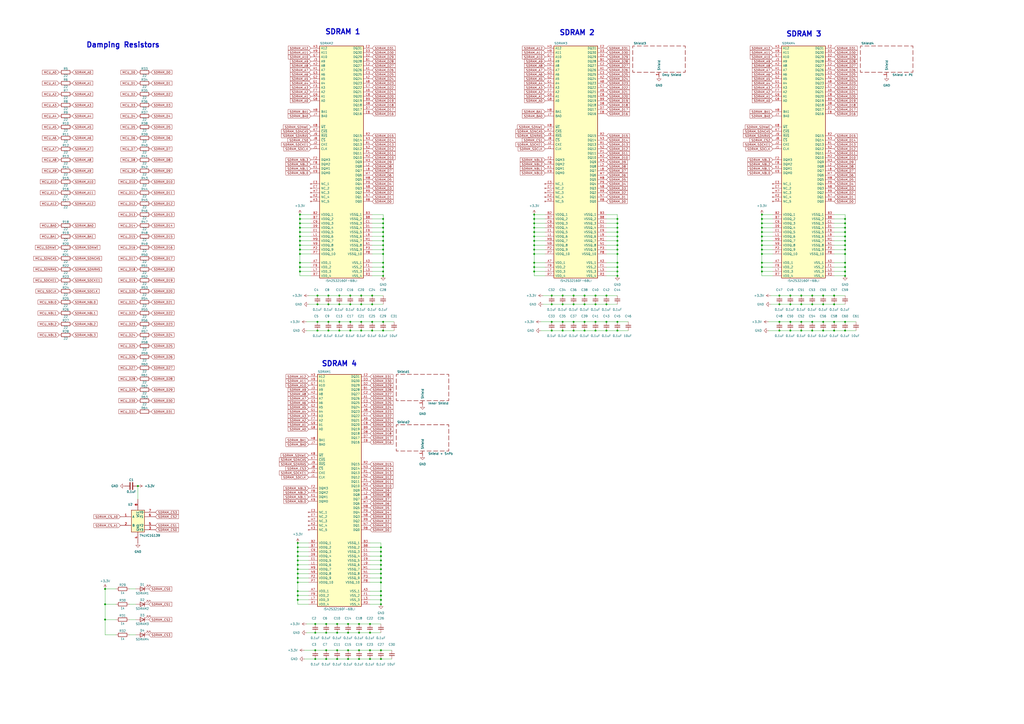
<source format=kicad_sch>
(kicad_sch (version 20250114) (generator "eeschema") (generator_version "9.0")
  (paper "A2")
  (title_block (title "SDRAM Array") (date "2024-12-27") (rev "2.0") (company "Robotics"))
  (text "SDRAM 1" (at 198.882 18.542 0) (effects (font (size 3 3) (thickness 0.6) (bold yes))))
  (text "Damping Resistors" (at 71.374 26.162 0) (effects (font (size 3 3) (thickness 0.6) (bold yes))))
  (text "SDRAM 3" (at 466.344 19.812 0) (effects (font (size 3 3) (thickness 0.6) (bold yes))))
  (text "SDRAM 2" (at 334.772 19.05 0) (effects (font (size 3 3) (thickness 0.6) (bold yes))))
  (text "SDRAM 4" (at 196.85 211.074 0) (effects (font (size 3 3) (thickness 0.6) (bold yes))))
  (junction (at 458.47 186.69))
  (junction (at 358.14 137.16))
  (junction (at 60.96 359.41))
  (junction (at 220.98 325.12))
  (junction (at 220.98 337.82))
  (junction (at 172.72 345.44))
  (junction (at 358.14 152.4))
  (junction (at 358.14 144.78))
  (junction (at 182.88 382.27))
  (junction (at 222.25 132.08))
  (junction (at 471.17 176.53))
  (junction (at 490.22 142.24))
  (junction (at 326.39 176.53))
  (junction (at 483.87 191.77))
  (junction (at 208.28 367.03))
  (junction (at 490.22 186.69))
  (junction (at 190.5 191.77))
  (junction (at 196.85 171.45))
  (junction (at 220.98 345.44))
  (junction (at 441.96 127))
  (junction (at 209.55 191.77))
  (junction (at 173.99 124.46))
  (junction (at 464.82 186.69))
  (junction (at 358.14 186.69))
  (junction (at 222.25 144.78))
  (junction (at 173.99 129.54))
  (junction (at 214.63 361.95))
  (junction (at 326.39 171.45))
  (junction (at 220.98 330.2))
  (junction (at 173.99 139.7))
  (junction (at 345.44 186.69))
  (junction (at 195.58 377.19))
  (junction (at 345.44 191.77))
  (junction (at 201.93 361.95))
  (junction (at 332.74 176.53))
  (junction (at 173.99 142.24))
  (junction (at 339.09 191.77))
  (junction (at 209.55 176.53))
  (junction (at 452.12 176.53))
  (junction (at 320.04 176.53))
  (junction (at 309.88 124.46))
  (junction (at 458.47 176.53))
  (junction (at 441.96 124.46))
  (junction (at 490.22 137.16))
  (junction (at 441.96 142.24))
  (junction (at 358.14 147.32))
  (junction (at 222.25 160.02))
  (junction (at 189.23 361.95))
  (junction (at 452.12 191.77))
  (junction (at 351.79 186.69))
  (junction (at 220.98 350.52))
  (junction (at 203.2 171.45))
  (junction (at 190.5 186.69))
  (junction (at 490.22 144.78))
  (junction (at 309.88 152.4))
  (junction (at 222.25 137.16))
  (junction (at 173.99 144.78))
  (junction (at 172.72 320.04))
  (junction (at 189.23 377.19))
  (junction (at 173.99 137.16))
  (junction (at 441.96 129.54))
  (junction (at 172.72 327.66))
  (junction (at 332.74 186.69))
  (junction (at 222.25 191.77))
  (junction (at 60.96 350.52))
  (junction (at 209.55 186.69))
  (junction (at 190.5 176.53))
  (junction (at 320.04 171.45))
  (junction (at 471.17 186.69))
  (junction (at 195.58 367.03))
  (junction (at 196.85 176.53))
  (junction (at 339.09 186.69))
  (junction (at 214.63 377.19))
  (junction (at 208.28 361.95))
  (junction (at 220.98 332.74))
  (junction (at 222.25 127))
  (junction (at 358.14 129.54))
  (junction (at 464.82 176.53))
  (junction (at 483.87 171.45))
  (junction (at 201.93 377.19))
  (junction (at 471.17 191.77))
  (junction (at 173.99 147.32))
  (junction (at 477.52 191.77))
  (junction (at 309.88 129.54))
  (junction (at 452.12 186.69))
  (junction (at 220.98 335.28))
  (junction (at 196.85 186.69))
  (junction (at 222.25 147.32))
  (junction (at 203.2 186.69))
  (junction (at 309.88 137.16))
  (junction (at 441.96 154.94))
  (junction (at 215.9 171.45))
  (junction (at 490.22 147.32))
  (junction (at 196.85 191.77))
  (junction (at 490.22 160.02))
  (junction (at 201.93 382.27))
  (junction (at 195.58 361.95))
  (junction (at 320.04 186.69))
  (junction (at 358.14 132.08))
  (junction (at 441.96 132.08))
  (junction (at 358.14 154.94))
  (junction (at 195.58 382.27))
  (junction (at 490.22 127))
  (junction (at 172.72 335.28))
  (junction (at 172.72 330.2))
  (junction (at 172.72 314.96))
  (junction (at 441.96 152.4))
  (junction (at 464.82 191.77))
  (junction (at 80.01 281.94))
  (junction (at 477.52 176.53))
  (junction (at 483.87 176.53))
  (junction (at 215.9 176.53))
  (junction (at 172.72 342.9))
  (junction (at 452.12 171.45))
  (junction (at 309.88 127))
  (junction (at 441.96 139.7))
  (junction (at 332.74 171.45))
  (junction (at 477.52 186.69))
  (junction (at 358.14 134.62))
  (junction (at 309.88 132.08))
  (junction (at 172.72 317.5))
  (junction (at 173.99 152.4))
  (junction (at 339.09 171.45))
  (junction (at 458.47 171.45))
  (junction (at 184.15 191.77))
  (junction (at 358.14 157.48))
  (junction (at 182.88 377.19))
  (junction (at 184.15 171.45))
  (junction (at 309.88 157.48))
  (junction (at 471.17 171.45))
  (junction (at 172.72 337.82))
  (junction (at 222.25 152.4))
  (junction (at 441.96 147.32))
  (junction (at 490.22 191.77))
  (junction (at 222.25 154.94))
  (junction (at 214.63 367.03))
  (junction (at 339.09 176.53))
  (junction (at 220.98 327.66))
  (junction (at 351.79 176.53))
  (junction (at 464.82 171.45))
  (junction (at 345.44 176.53))
  (junction (at 320.04 191.77))
  (junction (at 309.88 134.62))
  (junction (at 222.25 142.24))
  (junction (at 326.39 191.77))
  (junction (at 220.98 377.19))
  (junction (at 309.88 147.32))
  (junction (at 182.88 367.03))
  (junction (at 182.88 361.95))
  (junction (at 222.25 157.48))
  (junction (at 203.2 191.77))
  (junction (at 441.96 157.48))
  (junction (at 351.79 191.77))
  (junction (at 490.22 139.7))
  (junction (at 214.63 382.27))
  (junction (at 220.98 317.5))
  (junction (at 358.14 160.02))
  (junction (at 189.23 382.27))
  (junction (at 358.14 191.77))
  (junction (at 201.93 367.03))
  (junction (at 222.25 186.69))
  (junction (at 309.88 142.24))
  (junction (at 441.96 144.78))
  (junction (at 441.96 137.16))
  (junction (at 220.98 347.98))
  (junction (at 220.98 382.27))
  (junction (at 173.99 132.08))
  (junction (at 173.99 127))
  (junction (at 490.22 157.48))
  (junction (at 441.96 134.62))
  (junction (at 189.23 367.03))
  (junction (at 190.5 171.45))
  (junction (at 358.14 127))
  (junction (at 309.88 139.7))
  (junction (at 209.55 171.45))
  (junction (at 173.99 154.94))
  (junction (at 490.22 134.62))
  (junction (at 215.9 191.77))
  (junction (at 309.88 154.94))
  (junction (at 220.98 320.04))
  (junction (at 345.44 171.45))
  (junction (at 326.39 186.69))
  (junction (at 220.98 322.58))
  (junction (at 220.98 342.9))
  (junction (at 332.74 191.77))
  (junction (at 358.14 139.7))
  (junction (at 351.79 171.45))
  (junction (at 490.22 154.94))
  (junction (at 477.52 171.45))
  (junction (at 173.99 157.48))
  (junction (at 483.87 186.69))
  (junction (at 358.14 142.24))
  (junction (at 458.47 191.77))
  (junction (at 222.25 134.62))
  (junction (at 490.22 132.08))
  (junction (at 222.25 139.7))
  (junction (at 172.72 347.98))
  (junction (at 309.88 144.78))
  (junction (at 184.15 176.53))
  (junction (at 215.9 186.69))
  (junction (at 60.96 341.63))
  (junction (at 184.15 186.69))
  (junction (at 490.22 152.4))
  (junction (at 208.28 382.27))
  (junction (at 172.72 332.74))
  (junction (at 208.28 377.19))
  (junction (at 222.25 129.54))
  (junction (at 203.2 176.53))
  (junction (at 172.72 325.12))
  (junction (at 490.22 129.54))
  (junction (at 172.72 322.58))
  (junction (at 173.99 134.62))
  (wire (pts (xy 351.79 186.69) (xy 358.14 186.69)))
  (wire (pts (xy 490.22 132.08) (xy 483.87 132.08)))
  (wire (pts (xy 477.52 176.53) (xy 483.87 176.53)))
  (wire (pts (xy 173.99 157.48) (xy 173.99 160.02)))
  (wire (pts (xy 358.14 154.94) (xy 351.79 154.94)))
  (wire (pts (xy 172.72 330.2) (xy 172.72 332.74)))
  (wire (pts (xy 309.88 137.16) (xy 309.88 139.7)))
  (wire (pts (xy 358.14 124.46) (xy 351.79 124.46)))
  (wire (pts (xy 490.22 147.32) (xy 490.22 152.4)))
  (wire (pts (xy 358.14 137.16) (xy 358.14 134.62)))
  (wire (pts (xy 173.99 137.16) (xy 180.34 137.16)))
  (wire (pts (xy 309.88 132.08) (xy 309.88 134.62)))
  (wire (pts (xy 339.09 176.53) (xy 345.44 176.53)))
  (wire (pts (xy 172.72 345.44) (xy 179.07 345.44)))
  (wire (pts (xy 441.96 124.46) (xy 441.96 127)))
  (wire (pts (xy 309.88 134.62) (xy 309.88 137.16)))
  (wire (pts (xy 172.72 337.82) (xy 179.07 337.82)))
  (wire (pts (xy 358.14 127) (xy 358.14 124.46)))
  (wire (pts (xy 203.2 186.69) (xy 209.55 186.69)))
  (wire (pts (xy 358.14 137.16) (xy 351.79 137.16)))
  (wire (pts (xy 477.52 186.69) (xy 483.87 186.69)))
  (wire (pts (xy 172.72 347.98) (xy 179.07 347.98)))
  (wire (pts (xy 195.58 382.27) (xy 201.93 382.27)))
  (wire (pts (xy 182.88 361.95) (xy 189.23 361.95)))
  (wire (pts (xy 309.88 154.94) (xy 316.23 154.94)))
  (wire (pts (xy 345.44 171.45) (xy 351.79 171.45)))
  (wire (pts (xy 214.63 367.03) (xy 220.98 367.03)))
  (wire (pts (xy 172.72 325.12) (xy 179.07 325.12)))
  (wire (pts (xy 220.98 342.9) (xy 214.63 342.9)))
  (wire (pts (xy 490.22 137.16) (xy 483.87 137.16)))
  (wire (pts (xy 173.99 142.24) (xy 173.99 144.78)))
  (wire (pts (xy 182.88 377.19) (xy 189.23 377.19)))
  (wire (pts (xy 173.99 124.46) (xy 173.99 127)))
  (wire (pts (xy 172.72 327.66) (xy 172.72 330.2)))
  (wire (pts (xy 358.14 147.32) (xy 358.14 144.78)))
  (wire (pts (xy 358.14 191.77) (xy 364.49 191.77)))
  (wire (pts (xy 222.25 137.16) (xy 215.9 137.16)))
  (wire (pts (xy 222.25 144.78) (xy 222.25 142.24)))
  (wire (pts (xy 196.85 191.77) (xy 203.2 191.77)))
  (wire (pts (xy 222.25 142.24) (xy 222.25 139.7)))
  (wire (pts (xy 483.87 186.69) (xy 490.22 186.69)))
  (wire (pts (xy 464.82 186.69) (xy 471.17 186.69)))
  (wire (pts (xy 490.22 144.78) (xy 483.87 144.78)))
  (wire (pts (xy 309.88 134.62) (xy 316.23 134.62)))
  (wire (pts (xy 173.99 127) (xy 173.99 129.54)))
  (wire (pts (xy 309.88 152.4) (xy 316.23 152.4)))
  (wire (pts (xy 173.99 142.24) (xy 180.34 142.24)))
  (wire (pts (xy 326.39 176.53) (xy 332.74 176.53)))
  (wire (pts (xy 490.22 139.7) (xy 490.22 137.16)))
  (wire (pts (xy 320.04 186.69) (xy 326.39 186.69)))
  (wire (pts (xy 339.09 191.77) (xy 345.44 191.77)))
  (wire (pts (xy 60.96 341.63) (xy 67.31 341.63)))
  (wire (pts (xy 60.96 350.52) (xy 60.96 341.63)))
  (wire (pts (xy 332.74 176.53) (xy 339.09 176.53)))
  (wire (pts (xy 176.53 382.27) (xy 182.88 382.27)))
  (wire (pts (xy 80.01 281.94) (xy 80.01 289.56)))
  (wire (pts (xy 220.98 332.74) (xy 214.63 332.74)))
  (wire (pts (xy 441.96 147.32) (xy 448.31 147.32)))
  (wire (pts (xy 351.79 171.45) (xy 358.14 171.45)))
  (wire (pts (xy 441.96 144.78) (xy 441.96 147.32)))
  (wire (pts (xy 490.22 191.77) (xy 496.57 191.77)))
  (wire (pts (xy 208.28 367.03) (xy 214.63 367.03)))
  (wire (pts (xy 60.96 350.52) (xy 67.31 350.52)))
  (wire (pts (xy 222.25 154.94) (xy 222.25 157.48)))
  (wire (pts (xy 220.98 314.96) (xy 214.63 314.96)))
  (wire (pts (xy 203.2 191.77) (xy 209.55 191.77)))
  (wire (pts (xy 309.88 127) (xy 316.23 127)))
  (wire (pts (xy 483.87 171.45) (xy 490.22 171.45)))
  (wire (pts (xy 316.23 124.46) (xy 309.88 124.46)))
  (wire (pts (xy 320.04 171.45) (xy 326.39 171.45)))
  (wire (pts (xy 196.85 176.53) (xy 203.2 176.53)))
  (wire (pts (xy 441.96 154.94) (xy 441.96 157.48)))
  (wire (pts (xy 339.09 171.45) (xy 345.44 171.45)))
  (wire (pts (xy 196.85 171.45) (xy 203.2 171.45)))
  (wire (pts (xy 190.5 176.53) (xy 196.85 176.53)))
  (wire (pts (xy 222.25 152.4) (xy 215.9 152.4)))
  (wire (pts (xy 172.72 335.28) (xy 179.07 335.28)))
  (wire (pts (xy 220.98 350.52) (xy 214.63 350.52)))
  (wire (pts (xy 490.22 134.62) (xy 490.22 132.08)))
  (wire (pts (xy 173.99 144.78) (xy 180.34 144.78)))
  (wire (pts (xy 351.79 147.32) (xy 358.14 147.32)))
  (wire (pts (xy 471.17 186.69) (xy 477.52 186.69)))
  (wire (pts (xy 222.25 186.69) (xy 228.6 186.69)))
  (wire (pts (xy 179.07 171.45) (xy 184.15 171.45)))
  (wire (pts (xy 173.99 129.54) (xy 180.34 129.54)))
  (wire (pts (xy 172.72 332.74) (xy 179.07 332.74)))
  (wire (pts (xy 222.25 129.54) (xy 222.25 127)))
  (wire (pts (xy 358.14 129.54) (xy 358.14 127)))
  (wire (pts (xy 172.72 317.5) (xy 179.07 317.5)))
  (wire (pts (xy 220.98 337.82) (xy 220.98 342.9)))
  (wire (pts (xy 189.23 377.19) (xy 195.58 377.19)))
  (wire (pts (xy 201.93 382.27) (xy 208.28 382.27)))
  (wire (pts (xy 209.55 171.45) (xy 215.9 171.45)))
  (wire (pts (xy 339.09 186.69) (xy 345.44 186.69)))
  (wire (pts (xy 458.47 186.69) (xy 464.82 186.69)))
  (wire (pts (xy 490.22 147.32) (xy 490.22 144.78)))
  (wire (pts (xy 189.23 382.27) (xy 195.58 382.27)))
  (wire (pts (xy 441.96 129.54) (xy 441.96 132.08)))
  (wire (pts (xy 222.25 139.7) (xy 215.9 139.7)))
  (wire (pts (xy 441.96 154.94) (xy 448.31 154.94)))
  (wire (pts (xy 358.14 134.62) (xy 351.79 134.62)))
  (wire (pts (xy 215.9 147.32) (xy 222.25 147.32)))
  (wire (pts (xy 309.88 127) (xy 309.88 129.54)))
  (wire (pts (xy 220.98 317.5) (xy 220.98 314.96)))
  (wire (pts (xy 184.15 191.77) (xy 190.5 191.77)))
  (wire (pts (xy 490.22 152.4) (xy 483.87 152.4)))
  (wire (pts (xy 203.2 171.45) (xy 209.55 171.45)))
  (wire (pts (xy 358.14 186.69) (xy 364.49 186.69)))
  (wire (pts (xy 173.99 137.16) (xy 173.99 139.7)))
  (wire (pts (xy 220.98 322.58) (xy 220.98 320.04)))
  (wire (pts (xy 458.47 171.45) (xy 464.82 171.45)))
  (wire (pts (xy 214.63 337.82) (xy 220.98 337.82)))
  (wire (pts (xy 222.25 127) (xy 222.25 124.46)))
  (wire (pts (xy 220.98 317.5) (xy 214.63 317.5)))
  (wire (pts (xy 201.93 361.95) (xy 208.28 361.95)))
  (wire (pts (xy 471.17 171.45) (xy 477.52 171.45)))
  (wire (pts (xy 309.88 142.24) (xy 309.88 144.78)))
  (wire (pts (xy 182.88 382.27) (xy 189.23 382.27)))
  (wire (pts (xy 74.93 350.52) (xy 78.74 350.52)))
  (wire (pts (xy 214.63 382.27) (xy 220.98 382.27)))
  (wire (pts (xy 209.55 191.77) (xy 215.9 191.77)))
  (wire (pts (xy 74.93 359.41) (xy 78.74 359.41)))
  (wire (pts (xy 490.22 186.69) (xy 496.57 186.69)))
  (wire (pts (xy 309.88 160.02) (xy 316.23 160.02)))
  (wire (pts (xy 172.72 327.66) (xy 179.07 327.66)))
  (wire (pts (xy 172.72 345.44) (xy 172.72 347.98)))
  (wire (pts (xy 222.25 132.08) (xy 222.25 129.54)))
  (wire (pts (xy 195.58 377.19) (xy 201.93 377.19)))
  (wire (pts (xy 441.96 157.48) (xy 448.31 157.48)))
  (wire (pts (xy 441.96 132.08) (xy 441.96 134.62)))
  (wire (pts (xy 173.99 134.62) (xy 173.99 137.16)))
  (wire (pts (xy 220.98 325.12) (xy 220.98 322.58)))
  (wire (pts (xy 172.72 322.58) (xy 172.72 325.12)))
  (wire (pts (xy 358.14 142.24) (xy 351.79 142.24)))
  (wire (pts (xy 208.28 377.19) (xy 214.63 377.19)))
  (wire (pts (xy 490.22 154.94) (xy 483.87 154.94)))
  (wire (pts (xy 452.12 171.45) (xy 458.47 171.45)))
  (wire (pts (xy 220.98 347.98) (xy 220.98 350.52)))
  (wire (pts (xy 60.96 368.3) (xy 67.31 368.3)))
  (wire (pts (xy 208.28 361.95) (xy 214.63 361.95)))
  (wire (pts (xy 490.22 157.48) (xy 483.87 157.48)))
  (wire (pts (xy 490.22 157.48) (xy 490.22 160.02)))
  (wire (pts (xy 313.69 191.77) (xy 320.04 191.77)))
  (wire (pts (xy 358.14 144.78) (xy 351.79 144.78)))
  (wire (pts (xy 464.82 191.77) (xy 471.17 191.77)))
  (wire (pts (xy 447.04 171.45) (xy 452.12 171.45)))
  (wire (pts (xy 483.87 147.32) (xy 490.22 147.32)))
  (wire (pts (xy 358.14 157.48) (xy 351.79 157.48)))
  (wire (pts (xy 215.9 176.53) (xy 222.25 176.53)))
  (wire (pts (xy 172.72 320.04) (xy 172.72 322.58)))
  (wire (pts (xy 201.93 377.19) (xy 208.28 377.19)))
  (wire (pts (xy 215.9 186.69) (xy 222.25 186.69)))
  (wire (pts (xy 358.14 127) (xy 351.79 127)))
  (wire (pts (xy 490.22 154.94) (xy 490.22 157.48)))
  (wire (pts (xy 222.25 129.54) (xy 215.9 129.54)))
  (wire (pts (xy 60.96 368.3) (xy 60.96 359.41)))
  (wire (pts (xy 203.2 176.53) (xy 209.55 176.53)))
  (wire (pts (xy 209.55 176.53) (xy 215.9 176.53)))
  (wire (pts (xy 173.99 129.54) (xy 173.99 132.08)))
  (wire (pts (xy 173.99 157.48) (xy 180.34 157.48)))
  (wire (pts (xy 441.96 127) (xy 441.96 129.54)))
  (wire (pts (xy 222.25 134.62) (xy 215.9 134.62)))
  (wire (pts (xy 209.55 186.69) (xy 215.9 186.69)))
  (wire (pts (xy 220.98 345.44) (xy 214.63 345.44)))
  (wire (pts (xy 441.96 152.4) (xy 448.31 152.4)))
  (wire (pts (xy 490.22 132.08) (xy 490.22 129.54)))
  (wire (pts (xy 441.96 137.16) (xy 448.31 137.16)))
  (wire (pts (xy 441.96 160.02) (xy 448.31 160.02)))
  (wire (pts (xy 351.79 176.53) (xy 358.14 176.53)))
  (wire (pts (xy 309.88 129.54) (xy 309.88 132.08)))
  (wire (pts (xy 222.25 191.77) (xy 228.6 191.77)))
  (wire (pts (xy 179.07 314.96) (xy 172.72 314.96)))
  (wire (pts (xy 332.74 171.45) (xy 339.09 171.45)))
  (wire (pts (xy 172.72 342.9) (xy 172.72 345.44)))
  (wire (pts (xy 222.25 147.32) (xy 222.25 144.78)))
  (wire (pts (xy 220.98 327.66) (xy 220.98 325.12)))
  (wire (pts (xy 208.28 382.27) (xy 214.63 382.27)))
  (wire (pts (xy 173.99 160.02) (xy 180.34 160.02)))
  (wire (pts (xy 358.14 132.08) (xy 351.79 132.08)))
  (wire (pts (xy 74.93 368.3) (xy 78.74 368.3)))
  (wire (pts (xy 358.14 152.4) (xy 351.79 152.4)))
  (wire (pts (xy 182.88 367.03) (xy 189.23 367.03)))
  (wire (pts (xy 332.74 191.77) (xy 339.09 191.77)))
  (wire (pts (xy 222.25 134.62) (xy 222.25 132.08)))
  (wire (pts (xy 309.88 154.94) (xy 309.88 157.48)))
  (wire (pts (xy 309.88 157.48) (xy 309.88 160.02)))
  (wire (pts (xy 441.96 134.62) (xy 448.31 134.62)))
  (wire (pts (xy 477.52 191.77) (xy 483.87 191.77)))
  (wire (pts (xy 332.74 186.69) (xy 339.09 186.69)))
  (wire (pts (xy 173.99 152.4) (xy 173.99 154.94)))
  (wire (pts (xy 490.22 129.54) (xy 483.87 129.54)))
  (wire (pts (xy 214.63 377.19) (xy 220.98 377.19)))
  (wire (pts (xy 220.98 337.82) (xy 220.98 335.28)))
  (wire (pts (xy 173.99 127) (xy 180.34 127)))
  (wire (pts (xy 172.72 322.58) (xy 179.07 322.58)))
  (wire (pts (xy 220.98 382.27) (xy 227.33 382.27)))
  (wire (pts (xy 320.04 191.77) (xy 326.39 191.77)))
  (wire (pts (xy 490.22 124.46) (xy 483.87 124.46)))
  (wire (pts (xy 222.25 139.7) (xy 222.25 137.16)))
  (wire (pts (xy 345.44 176.53) (xy 351.79 176.53)))
  (wire (pts (xy 448.31 124.46) (xy 441.96 124.46)))
  (wire (pts (xy 222.25 157.48) (xy 222.25 160.02)))
  (wire (pts (xy 314.96 176.53) (xy 320.04 176.53)))
  (wire (pts (xy 222.25 147.32) (xy 222.25 152.4)))
  (wire (pts (xy 220.98 335.28) (xy 220.98 332.74)))
  (wire (pts (xy 172.72 317.5) (xy 172.72 320.04)))
  (wire (pts (xy 172.72 350.52) (xy 179.07 350.52)))
  (wire (pts (xy 309.88 152.4) (xy 309.88 154.94)))
  (wire (pts (xy 309.88 157.48) (xy 316.23 157.48)))
  (wire (pts (xy 220.98 320.04) (xy 220.98 317.5)))
  (wire (pts (xy 490.22 134.62) (xy 483.87 134.62)))
  (wire (pts (xy 222.25 160.02) (xy 215.9 160.02)))
  (wire (pts (xy 309.88 129.54) (xy 316.23 129.54)))
  (wire (pts (xy 358.14 154.94) (xy 358.14 157.48)))
  (wire (pts (xy 313.69 186.69) (xy 320.04 186.69)))
  (wire (pts (xy 220.98 320.04) (xy 214.63 320.04)))
  (wire (pts (xy 320.04 176.53) (xy 326.39 176.53)))
  (wire (pts (xy 441.96 157.48) (xy 441.96 160.02)))
  (wire (pts (xy 445.77 186.69) (xy 452.12 186.69)))
  (wire (pts (xy 177.8 186.69) (xy 184.15 186.69)))
  (wire (pts (xy 173.99 132.08) (xy 180.34 132.08)))
  (wire (pts (xy 220.98 377.19) (xy 227.33 377.19)))
  (wire (pts (xy 441.96 147.32) (xy 441.96 152.4)))
  (wire (pts (xy 458.47 176.53) (xy 464.82 176.53)))
  (wire (pts (xy 189.23 361.95) (xy 195.58 361.95)))
  (wire (pts (xy 452.12 186.69) (xy 458.47 186.69)))
  (wire (pts (xy 220.98 345.44) (xy 220.98 347.98)))
  (wire (pts (xy 452.12 176.53) (xy 458.47 176.53)))
  (wire (pts (xy 309.88 139.7) (xy 316.23 139.7)))
  (wire (pts (xy 215.9 171.45) (xy 222.25 171.45)))
  (wire (pts (xy 172.72 320.04) (xy 179.07 320.04)))
  (wire (pts (xy 441.96 142.24) (xy 441.96 144.78)))
  (wire (pts (xy 190.5 191.77) (xy 196.85 191.77)))
  (wire (pts (xy 490.22 144.78) (xy 490.22 142.24)))
  (wire (pts (xy 358.14 142.24) (xy 358.14 139.7)))
  (wire (pts (xy 441.96 137.16) (xy 441.96 139.7)))
  (wire (pts (xy 179.07 176.53) (xy 184.15 176.53)))
  (wire (pts (xy 309.88 144.78) (xy 309.88 147.32)))
  (wire (pts (xy 173.99 152.4) (xy 180.34 152.4)))
  (wire (pts (xy 172.72 314.96) (xy 172.72 317.5)))
  (wire (pts (xy 195.58 361.95) (xy 201.93 361.95)))
  (wire (pts (xy 177.8 367.03) (xy 182.88 367.03)))
  (wire (pts (xy 477.52 171.45) (xy 483.87 171.45)))
  (wire (pts (xy 222.25 152.4) (xy 222.25 154.94)))
  (wire (pts (xy 173.99 147.32) (xy 173.99 152.4)))
  (wire (pts (xy 483.87 191.77) (xy 490.22 191.77)))
  (wire (pts (xy 441.96 139.7) (xy 441.96 142.24)))
  (wire (pts (xy 358.14 134.62) (xy 358.14 132.08)))
  (wire (pts (xy 351.79 191.77) (xy 358.14 191.77)))
  (wire (pts (xy 309.88 142.24) (xy 316.23 142.24)))
  (wire (pts (xy 441.96 139.7) (xy 448.31 139.7)))
  (wire (pts (xy 189.23 367.03) (xy 195.58 367.03)))
  (wire (pts (xy 173.99 139.7) (xy 180.34 139.7)))
  (wire (pts (xy 172.72 325.12) (xy 172.72 327.66)))
  (wire (pts (xy 190.5 186.69) (xy 196.85 186.69)))
  (wire (pts (xy 358.14 144.78) (xy 358.14 142.24)))
  (wire (pts (xy 309.88 144.78) (xy 316.23 144.78)))
  (wire (pts (xy 222.25 132.08) (xy 215.9 132.08)))
  (wire (pts (xy 176.53 377.19) (xy 182.88 377.19)))
  (wire (pts (xy 173.99 147.32) (xy 180.34 147.32)))
  (wire (pts (xy 172.72 332.74) (xy 172.72 335.28)))
  (wire (pts (xy 172.72 335.28) (xy 172.72 337.82)))
  (wire (pts (xy 445.77 191.77) (xy 452.12 191.77)))
  (wire (pts (xy 220.98 335.28) (xy 214.63 335.28)))
  (wire (pts (xy 447.04 176.53) (xy 452.12 176.53)))
  (wire (pts (xy 173.99 154.94) (xy 173.99 157.48)))
  (wire (pts (xy 220.98 347.98) (xy 214.63 347.98)))
  (wire (pts (xy 172.72 347.98) (xy 172.72 350.52)))
  (wire (pts (xy 220.98 327.66) (xy 214.63 327.66)))
  (wire (pts (xy 464.82 176.53) (xy 471.17 176.53)))
  (wire (pts (xy 490.22 142.24) (xy 490.22 139.7)))
  (wire (pts (xy 358.14 132.08) (xy 358.14 129.54)))
  (wire (pts (xy 441.96 134.62) (xy 441.96 137.16)))
  (wire (pts (xy 358.14 147.32) (xy 358.14 152.4)))
  (wire (pts (xy 358.14 152.4) (xy 358.14 154.94)))
  (wire (pts (xy 490.22 139.7) (xy 483.87 139.7)))
  (wire (pts (xy 345.44 191.77) (xy 351.79 191.77)))
  (wire (pts (xy 358.14 139.7) (xy 358.14 137.16)))
  (wire (pts (xy 326.39 171.45) (xy 332.74 171.45)))
  (wire (pts (xy 490.22 129.54) (xy 490.22 127)))
  (wire (pts (xy 345.44 186.69) (xy 351.79 186.69)))
  (wire (pts (xy 441.96 129.54) (xy 448.31 129.54)))
  (wire (pts (xy 222.25 154.94) (xy 215.9 154.94)))
  (wire (pts (xy 184.15 171.45) (xy 190.5 171.45)))
  (wire (pts (xy 464.82 171.45) (xy 471.17 171.45)))
  (wire (pts (xy 490.22 142.24) (xy 483.87 142.24)))
  (wire (pts (xy 222.25 124.46) (xy 215.9 124.46)))
  (wire (pts (xy 314.96 171.45) (xy 320.04 171.45)))
  (wire (pts (xy 195.58 367.03) (xy 201.93 367.03)))
  (wire (pts (xy 177.8 191.77) (xy 184.15 191.77)))
  (wire (pts (xy 184.15 186.69) (xy 190.5 186.69)))
  (wire (pts (xy 452.12 191.77) (xy 458.47 191.77)))
  (wire (pts (xy 180.34 124.46) (xy 173.99 124.46)))
  (wire (pts (xy 173.99 144.78) (xy 173.99 147.32)))
  (wire (pts (xy 490.22 160.02) (xy 483.87 160.02)))
  (wire (pts (xy 483.87 176.53) (xy 490.22 176.53)))
  (wire (pts (xy 309.88 124.46) (xy 309.88 127)))
  (wire (pts (xy 441.96 142.24) (xy 448.31 142.24)))
  (wire (pts (xy 309.88 139.7) (xy 309.88 142.24)))
  (wire (pts (xy 471.17 176.53) (xy 477.52 176.53)))
  (wire (pts (xy 326.39 191.77) (xy 332.74 191.77)))
  (wire (pts (xy 172.72 337.82) (xy 172.72 342.9)))
  (wire (pts (xy 222.25 127) (xy 215.9 127)))
  (wire (pts (xy 441.96 127) (xy 448.31 127)))
  (wire (pts (xy 74.93 341.63) (xy 78.74 341.63)))
  (wire (pts (xy 172.72 330.2) (xy 179.07 330.2)))
  (wire (pts (xy 490.22 127) (xy 490.22 124.46)))
  (wire (pts (xy 441.96 152.4) (xy 441.96 154.94)))
  (wire (pts (xy 358.14 139.7) (xy 351.79 139.7)))
  (wire (pts (xy 458.47 191.77) (xy 464.82 191.77)))
  (wire (pts (xy 173.99 139.7) (xy 173.99 142.24)))
  (wire (pts (xy 326.39 186.69) (xy 332.74 186.69)))
  (wire (pts (xy 222.25 137.16) (xy 222.25 134.62)))
  (wire (pts (xy 471.17 191.77) (xy 477.52 191.77)))
  (wire (pts (xy 222.25 157.48) (xy 215.9 157.48)))
  (wire (pts (xy 441.96 132.08) (xy 448.31 132.08)))
  (wire (pts (xy 309.88 137.16) (xy 316.23 137.16)))
  (wire (pts (xy 358.14 129.54) (xy 351.79 129.54)))
  (wire (pts (xy 490.22 152.4) (xy 490.22 154.94)))
  (wire (pts (xy 173.99 132.08) (xy 173.99 134.62)))
  (wire (pts (xy 220.98 322.58) (xy 214.63 322.58)))
  (wire (pts (xy 60.96 359.41) (xy 60.96 350.52)))
  (wire (pts (xy 220.98 330.2) (xy 220.98 327.66)))
  (wire (pts (xy 222.25 144.78) (xy 215.9 144.78)))
  (wire (pts (xy 184.15 176.53) (xy 190.5 176.53)))
  (wire (pts (xy 173.99 134.62) (xy 180.34 134.62)))
  (wire (pts (xy 215.9 191.77) (xy 222.25 191.77)))
  (wire (pts (xy 220.98 330.2) (xy 214.63 330.2)))
  (wire (pts (xy 490.22 137.16) (xy 490.22 134.62)))
  (wire (pts (xy 220.98 325.12) (xy 214.63 325.12)))
  (wire (pts (xy 358.14 157.48) (xy 358.14 160.02)))
  (wire (pts (xy 177.8 361.95) (xy 182.88 361.95)))
  (wire (pts (xy 60.96 359.41) (xy 67.31 359.41)))
  (wire (pts (xy 309.88 147.32) (xy 316.23 147.32)))
  (wire (pts (xy 441.96 144.78) (xy 448.31 144.78)))
  (wire (pts (xy 220.98 332.74) (xy 220.98 330.2)))
  (wire (pts (xy 220.98 342.9) (xy 220.98 345.44)))
  (wire (pts (xy 172.72 342.9) (xy 179.07 342.9)))
  (wire (pts (xy 358.14 160.02) (xy 351.79 160.02)))
  (wire (pts (xy 196.85 186.69) (xy 203.2 186.69)))
  (wire (pts (xy 190.5 171.45) (xy 196.85 171.45)))
  (wire (pts (xy 173.99 154.94) (xy 180.34 154.94)))
  (wire (pts (xy 201.93 367.03) (xy 208.28 367.03)))
  (wire (pts (xy 309.88 147.32) (xy 309.88 152.4)))
  (wire (pts (xy 309.88 132.08) (xy 316.23 132.08)))
  (wire (pts (xy 490.22 127) (xy 483.87 127)))
  (wire (pts (xy 222.25 142.24) (xy 215.9 142.24)))
  (wire (pts (xy 214.63 361.95) (xy 220.98 361.95)))
  (global_label "SDRAM_A7" (shape input) (at 180.34 40.64 180) (property "Intersheetrefs" "${INTERSHEET_REFS}" (effects (hide yes))))
  (global_label "SDRAM_SDNRAS" (shape input) (at 180.34 78.74 180) (property "Intersheetrefs" "${INTERSHEET_REFS}" (effects (hide yes))))
  (global_label "SDRAM_D3" (shape input) (at 483.87 109.22 0) (property "Intersheetrefs" "${INTERSHEET_REFS}" (effects (hide yes))))
  (global_label "SDRAM_D14" (shape input) (at 215.9 81.28 0) (property "Intersheetrefs" "${INTERSHEET_REFS}" (effects (hide yes))))
  (global_label "MCU_D8" (shape input) (at 80.01 92.71 180) (property "Intersheetrefs" "${INTERSHEET_REFS}" (effects (hide yes))))
  (global_label "SDRAM_SDNWE" (shape input) (at 41.91 143.51 0) (property "Intersheetrefs" "${INTERSHEET_REFS}" (effects (hide yes))))
  (global_label "SDRAM_A12" (shape input) (at 41.91 118.11 0) (property "Intersheetrefs" "${INTERSHEET_REFS}" (effects (hide yes))))
  (global_label "SDRAM_NBL1" (shape input) (at 316.23 97.79 180) (property "Intersheetrefs" "${INTERSHEET_REFS}" (effects (hide yes))))
  (global_label "MCU_D3" (shape input) (at 80.01 60.96 180) (property "Intersheetrefs" "${INTERSHEET_REFS}" (effects (hide yes))))
  (global_label "SDRAM_D25" (shape input) (at 87.63 200.66 0) (property "Intersheetrefs" "${INTERSHEET_REFS}" (effects (hide yes))))
  (global_label "SDRAM_D8" (shape input) (at 215.9 96.52 0) (property "Intersheetrefs" "${INTERSHEET_REFS}" (effects (hide yes))))
  (global_label "SDRAM_D0" (shape input) (at 351.79 116.84 0) (property "Intersheetrefs" "${INTERSHEET_REFS}" (effects (hide yes))))
  (global_label "SDRAM_D10" (shape input) (at 483.87 91.44 0) (property "Intersheetrefs" "${INTERSHEET_REFS}" (effects (hide yes))))
  (global_label "SDRAM_D2" (shape input) (at 215.9 111.76 0) (property "Intersheetrefs" "${INTERSHEET_REFS}" (effects (hide yes))))
  (global_label "MCU_NBL3" (shape input) (at 34.29 194.31 180) (property "Intersheetrefs" "${INTERSHEET_REFS}" (effects (hide yes))))
  (global_label "SDRAM_A0" (shape input) (at 180.34 58.42 180) (property "Intersheetrefs" "${INTERSHEET_REFS}" (effects (hide yes))))
  (global_label "SDRAM_NBL2" (shape input) (at 180.34 95.25 180) (property "Intersheetrefs" "${INTERSHEET_REFS}" (effects (hide yes))))
  (global_label "MCU_A4" (shape input) (at 34.29 67.31 180) (property "Intersheetrefs" "${INTERSHEET_REFS}" (effects (hide yes))))
  (global_label "SDRAM_D26" (shape input) (at 483.87 40.64 0) (property "Intersheetrefs" "${INTERSHEET_REFS}" (effects (hide yes))))
  (global_label "SDRAM_NBL0" (shape input) (at 41.91 175.26 0) (property "Intersheetrefs" "${INTERSHEET_REFS}" (effects (hide yes))))
  (global_label "SDRAM_D18" (shape input) (at 215.9 60.96 0) (property "Intersheetrefs" "${INTERSHEET_REFS}" (effects (hide yes))))
  (global_label "MCU_D13" (shape input) (at 80.01 124.46 180) (property "Intersheetrefs" "${INTERSHEET_REFS}" (effects (hide yes))))
  (global_label "SDRAM_D20" (shape input) (at 214.63 246.38 0) (property "Intersheetrefs" "${INTERSHEET_REFS}" (effects (hide yes))))
  (global_label "SDRAM_A4" (shape input) (at 180.34 48.26 180) (property "Intersheetrefs" "${INTERSHEET_REFS}" (effects (hide yes))))
  (global_label "SDRAM_D11" (shape input) (at 214.63 279.4 0) (property "Intersheetrefs" "${INTERSHEET_REFS}" (effects (hide yes))))
  (global_label "SDRAM_D4" (shape input) (at 215.9 106.68 0) (property "Intersheetrefs" "${INTERSHEET_REFS}" (effects (hide yes))))
  (global_label "SDRAM_D14" (shape input) (at 351.79 81.28 0) (property "Intersheetrefs" "${INTERSHEET_REFS}" (effects (hide yes))))
  (global_label "SDRAM_D20" (shape input) (at 351.79 55.88 0) (property "Intersheetrefs" "${INTERSHEET_REFS}" (effects (hide yes))))
  (global_label "MCU_D25" (shape input) (at 80.01 200.66 180) (property "Intersheetrefs" "${INTERSHEET_REFS}" (effects (hide yes))))
  (global_label "SDRAM_A5" (shape input) (at 316.23 45.72 180) (property "Intersheetrefs" "${INTERSHEET_REFS}" (effects (hide yes))))
  (global_label "SDRAM_D0" (shape input) (at 214.63 307.34 0) (property "Intersheetrefs" "${INTERSHEET_REFS}" (effects (hide yes))))
  (global_label "SDRAM_D7" (shape input) (at 215.9 99.06 0) (property "Intersheetrefs" "${INTERSHEET_REFS}" (effects (hide yes))))
  (global_label "SDRAM_CS0" (shape input) (at 86.36 341.63 0) (property "Intersheetrefs" "${INTERSHEET_REFS}" (effects (hide yes))))
  (global_label "SDRAM_D28" (shape input) (at 351.79 35.56 0) (property "Intersheetrefs" "${INTERSHEET_REFS}" (effects (hide yes))))
  (global_label "SDRAM_D6" (shape input) (at 215.9 101.6 0) (property "Intersheetrefs" "${INTERSHEET_REFS}" (effects (hide yes))))
  (global_label "MCU_D21" (shape input) (at 80.01 175.26 180) (property "Intersheetrefs" "${INTERSHEET_REFS}" (effects (hide yes))))
  (global_label "SDRAM_A8" (shape input) (at 180.34 38.1 180) (property "Intersheetrefs" "${INTERSHEET_REFS}" (effects (hide yes))))
  (global_label "SDRAM_A5" (shape input) (at 448.31 45.72 180) (property "Intersheetrefs" "${INTERSHEET_REFS}" (effects (hide yes))))
  (global_label "SDRAM_D16" (shape input) (at 483.87 66.04 0) (property "Intersheetrefs" "${INTERSHEET_REFS}" (effects (hide yes))))
  (global_label "SDRAM_A3" (shape input) (at 448.31 50.8 180) (property "Intersheetrefs" "${INTERSHEET_REFS}" (effects (hide yes))))
  (global_label "SDRAM_D7" (shape input) (at 483.87 99.06 0) (property "Intersheetrefs" "${INTERSHEET_REFS}" (effects (hide yes))))
  (global_label "SDRAM_CS1" (shape input) (at 316.23 81.28 180) (property "Intersheetrefs" "${INTERSHEET_REFS}" (effects (hide yes))))
  (global_label "SDRAM_D14" (shape input) (at 87.63 130.81 0) (property "Intersheetrefs" "${INTERSHEET_REFS}" (effects (hide yes))))
  (global_label "SDRAM_NBL2" (shape input) (at 316.23 95.25 180) (property "Intersheetrefs" "${INTERSHEET_REFS}" (effects (hide yes))))
  (global_label "SDRAM_CS2" (shape input) (at 86.36 359.41 0) (property "Intersheetrefs" "${INTERSHEET_REFS}" (effects (hide yes))))
  (global_label "SDRAM_D11" (shape input) (at 215.9 88.9 0) (property "Intersheetrefs" "${INTERSHEET_REFS}" (effects (hide yes))))
  (global_label "SDRAM_D22" (shape input) (at 483.87 50.8 0) (property "Intersheetrefs" "${INTERSHEET_REFS}" (effects (hide yes))))
  (global_label "SDRAM_D28" (shape input) (at 87.63 219.71 0) (property "Intersheetrefs" "${INTERSHEET_REFS}" (effects (hide yes))))
  (global_label "SDRAM_NBL0" (shape input) (at 179.07 290.83 180) (property "Intersheetrefs" "${INTERSHEET_REFS}" (effects (hide yes))))
  (global_label "SDRAM_NBL3" (shape input) (at 316.23 92.71 180) (property "Intersheetrefs" "${INTERSHEET_REFS}" (effects (hide yes))))
  (global_label "SDRAM_D11" (shape input) (at 87.63 111.76 0) (property "Intersheetrefs" "${INTERSHEET_REFS}" (effects (hide yes))))
  (global_label "SDRAM_D16" (shape input) (at 214.63 256.54 0) (property "Intersheetrefs" "${INTERSHEET_REFS}" (effects (hide yes))))
  (global_label "SDRAM_CS0" (shape input) (at 180.34 81.28 180) (property "Intersheetrefs" "${INTERSHEET_REFS}" (effects (hide yes))))
  (global_label "SDRAM_SDNRAS" (shape input) (at 41.91 156.21 0) (property "Intersheetrefs" "${INTERSHEET_REFS}" (effects (hide yes))))
  (global_label "SDRAM_SDCKE1" (shape input) (at 448.31 83.82 180) (property "Intersheetrefs" "${INTERSHEET_REFS}" (effects (hide yes))))
  (global_label "SDRAM_D19" (shape input) (at 214.63 248.92 0) (property "Intersheetrefs" "${INTERSHEET_REFS}" (effects (hide yes))))
  (global_label "MCU_A7" (shape input) (at 34.29 86.36 180) (property "Intersheetrefs" "${INTERSHEET_REFS}" (effects (hide yes))))
  (global_label "SDRAM_D1" (shape input) (at 215.9 114.3 0) (property "Intersheetrefs" "${INTERSHEET_REFS}" (effects (hide yes))))
  (global_label "MCU_D24" (shape input) (at 80.01 194.31 180) (property "Intersheetrefs" "${INTERSHEET_REFS}" (effects (hide yes))))
  (global_label "SDRAM_D12" (shape input) (at 214.63 276.86 0) (property "Intersheetrefs" "${INTERSHEET_REFS}" (effects (hide yes))))
  (global_label "SDRAM_D10" (shape input) (at 351.79 91.44 0) (property "Intersheetrefs" "${INTERSHEET_REFS}" (effects (hide yes))))
  (global_label "SDRAM_A2" (shape input) (at 180.34 53.34 180) (property "Intersheetrefs" "${INTERSHEET_REFS}" (effects (hide yes))))
  (global_label "SDRAM_D20" (shape input) (at 483.87 55.88 0) (property "Intersheetrefs" "${INTERSHEET_REFS}" (effects (hide yes))))
  (global_label "SDRAM_D8" (shape input) (at 87.63 92.71 0) (property "Intersheetrefs" "${INTERSHEET_REFS}" (effects (hide yes))))
  (global_label "SDRAM_CS1" (shape input) (at 90.17 304.8 0) (property "Intersheetrefs" "${INTERSHEET_REFS}" (effects (hide yes))))
  (global_label "SDRAM_A1" (shape input) (at 316.23 55.88 180) (property "Intersheetrefs" "${INTERSHEET_REFS}" (effects (hide yes))))
  (global_label "MCU_D10" (shape input) (at 80.01 105.41 180) (property "Intersheetrefs" "${INTERSHEET_REFS}" (effects (hide yes))))
  (global_label "SDRAM_D26" (shape input) (at 215.9 40.64 0) (property "Intersheetrefs" "${INTERSHEET_REFS}" (effects (hide yes))))
  (global_label "MCU_D15" (shape input) (at 80.01 137.16 180) (property "Intersheetrefs" "${INTERSHEET_REFS}" (effects (hide yes))))
  (global_label "SDRAM_CS1" (shape input) (at 86.36 350.52 0) (property "Intersheetrefs" "${INTERSHEET_REFS}" (effects (hide yes))))
  (global_label "SDRAM_D1" (shape input) (at 351.79 114.3 0) (property "Intersheetrefs" "${INTERSHEET_REFS}" (effects (hide yes))))
  (global_label "SDRAM_D19" (shape input) (at 215.9 58.42 0) (property "Intersheetrefs" "${INTERSHEET_REFS}" (effects (hide yes))))
  (global_label "SDRAM_D3" (shape input) (at 215.9 109.22 0) (property "Intersheetrefs" "${INTERSHEET_REFS}" (effects (hide yes))))
  (global_label "SDRAM_D12" (shape input) (at 483.87 86.36 0) (property "Intersheetrefs" "${INTERSHEET_REFS}" (effects (hide yes))))
  (global_label "SDRAM_D31" (shape input) (at 87.63 238.76 0) (property "Intersheetrefs" "${INTERSHEET_REFS}" (effects (hide yes))))
  (global_label "SDRAM_D13" (shape input) (at 351.79 83.82 0) (property "Intersheetrefs" "${INTERSHEET_REFS}" (effects (hide yes))))
  (global_label "SDRAM_A11" (shape input) (at 316.23 30.48 180) (property "Intersheetrefs" "${INTERSHEET_REFS}" (effects (hide yes))))
  (global_label "SDRAM_SDNCAS" (shape input) (at 179.07 266.7 180) (property "Intersheetrefs" "${INTERSHEET_REFS}" (effects (hide yes))))
  (global_label "SDRAM_D8" (shape input) (at 214.63 287.02 0) (property "Intersheetrefs" "${INTERSHEET_REFS}" (effects (hide yes))))
  (global_label "SDRAM_D12" (shape input) (at 351.79 86.36 0) (property "Intersheetrefs" "${INTERSHEET_REFS}" (effects (hide yes))))
  (global_label "SDRAM_D17" (shape input) (at 215.9 63.5 0) (property "Intersheetrefs" "${INTERSHEET_REFS}" (effects (hide yes))))
  (global_label "SDRAM_A2" (shape input) (at 179.07 243.84 180) (property "Intersheetrefs" "${INTERSHEET_REFS}" (effects (hide yes))))
  (global_label "SDRAM_D10" (shape input) (at 87.63 105.41 0) (property "Intersheetrefs" "${INTERSHEET_REFS}" (effects (hide yes))))
  (global_label "SDRAM_D26" (shape input) (at 87.63 207.01 0) (property "Intersheetrefs" "${INTERSHEET_REFS}" (effects (hide yes))))
  (global_label "SDRAM_D29" (shape input) (at 214.63 223.52 0) (property "Intersheetrefs" "${INTERSHEET_REFS}" (effects (hide yes))))
  (global_label "SDRAM_NBL0" (shape input) (at 448.31 100.33 180) (property "Intersheetrefs" "${INTERSHEET_REFS}" (effects (hide yes))))
  (global_label "SDRAM_D27" (shape input) (at 351.79 38.1 0) (property "Intersheetrefs" "${INTERSHEET_REFS}" (effects (hide yes))))
  (global_label "MCU_D5" (shape input) (at 80.01 73.66 180) (property "Intersheetrefs" "${INTERSHEET_REFS}" (effects (hide yes))))
  (global_label "SDRAM_D6" (shape input) (at 483.87 101.6 0) (property "Intersheetrefs" "${INTERSHEET_REFS}" (effects (hide yes))))
  (global_label "SDRAM_A5" (shape input) (at 41.91 73.66 0) (property "Intersheetrefs" "${INTERSHEET_REFS}" (effects (hide yes))))
  (global_label "SDRAM_D1" (shape input) (at 483.87 114.3 0) (property "Intersheetrefs" "${INTERSHEET_REFS}" (effects (hide yes))))
  (global_label "SDRAM_BA0" (shape input) (at 179.07 257.81 180) (property "Intersheetrefs" "${INTERSHEET_REFS}" (effects (hide yes))))
  (global_label "SDRAM_D8" (shape input) (at 351.79 96.52 0) (property "Intersheetrefs" "${INTERSHEET_REFS}" (effects (hide yes))))
  (global_label "SDRAM_A9" (shape input) (at 448.31 35.56 180) (property "Intersheetrefs" "${INTERSHEET_REFS}" (effects (hide yes))))
  (global_label "SDRAM_A4" (shape input) (at 316.23 48.26 180) (property "Intersheetrefs" "${INTERSHEET_REFS}" (effects (hide yes))))
  (global_label "MCU_SDNCAS" (shape input) (at 34.29 149.86 180) (property "Intersheetrefs" "${INTERSHEET_REFS}" (effects (hide yes))))
  (global_label "SDRAM_A1" (shape input) (at 41.91 48.26 0) (property "Intersheetrefs" "${INTERSHEET_REFS}" (effects (hide yes))))
  (global_label "SDRAM_SDNRAS" (shape input) (at 179.07 269.24 180) (property "Intersheetrefs" "${INTERSHEET_REFS}" (effects (hide yes))))
  (global_label "SDRAM_D29" (shape input) (at 351.79 33.02 0) (property "Intersheetrefs" "${INTERSHEET_REFS}" (effects (hide yes))))
  (global_label "SDRAM_D0" (shape input) (at 483.87 116.84 0) (property "Intersheetrefs" "${INTERSHEET_REFS}" (effects (hide yes))))
  (global_label "MCU_SDNRAS" (shape input) (at 34.29 156.21 180) (property "Intersheetrefs" "${INTERSHEET_REFS}" (effects (hide yes))))
  (global_label "SDRAM_A3" (shape input) (at 41.91 60.96 0) (property "Intersheetrefs" "${INTERSHEET_REFS}" (effects (hide yes))))
  (global_label "MCU_BA0" (shape input) (at 34.29 130.81 180) (property "Intersheetrefs" "${INTERSHEET_REFS}" (effects (hide yes))))
  (global_label "MCU_D1" (shape input) (at 80.01 48.26 180) (property "Intersheetrefs" "${INTERSHEET_REFS}" (effects (hide yes))))
  (global_label "SDRAM_BA1" (shape input) (at 448.31 64.77 180) (property "Intersheetrefs" "${INTERSHEET_REFS}" (effects (hide yes))))
  (global_label "SDRAM_SDNRAS" (shape input) (at 448.31 78.74 180) (property "Intersheetrefs" "${INTERSHEET_REFS}" (effects (hide yes))))
  (global_label "SDRAM_SDNWE" (shape input) (at 316.23 73.66 180) (property "Intersheetrefs" "${INTERSHEET_REFS}" (effects (hide yes))))
  (global_label "SDRAM_D31" (shape input) (at 214.63 218.44 0) (property "Intersheetrefs" "${INTERSHEET_REFS}" (effects (hide yes))))
  (global_label "SDRAM_D31" (shape input) (at 483.87 27.94 0) (property "Intersheetrefs" "${INTERSHEET_REFS}" (effects (hide yes))))
  (global_label "SDRAM_D9" (shape input) (at 87.63 99.06 0) (property "Intersheetrefs" "${INTERSHEET_REFS}" (effects (hide yes))))
  (global_label "SDRAM_D1" (shape input) (at 214.63 304.8 0) (property "Intersheetrefs" "${INTERSHEET_REFS}" (effects (hide yes))))
  (global_label "SDRAM_D29" (shape input) (at 87.63 226.06 0) (property "Intersheetrefs" "${INTERSHEET_REFS}" (effects (hide yes))))
  (global_label "SDRAM_CS0" (shape input) (at 90.17 307.34 0) (property "Intersheetrefs" "${INTERSHEET_REFS}" (effects (hide yes))))
  (global_label "MCU_D0" (shape input) (at 80.01 41.91 180) (property "Intersheetrefs" "${INTERSHEET_REFS}" (effects (hide yes))))
  (global_label "SDRAM_A2" (shape input) (at 316.23 53.34 180) (property "Intersheetrefs" "${INTERSHEET_REFS}" (effects (hide yes))))
  (global_label "SDRAM_D9" (shape input) (at 215.9 93.98 0) (property "Intersheetrefs" "${INTERSHEET_REFS}" (effects (hide yes))))
  (global_label "SDRAM_A9" (shape input) (at 180.34 35.56 180) (property "Intersheetrefs" "${INTERSHEET_REFS}" (effects (hide yes))))
  (global_label "SDRAM_D8" (shape input) (at 483.87 96.52 0) (property "Intersheetrefs" "${INTERSHEET_REFS}" (effects (hide yes))))
  (global_label "SDRAM_D15" (shape input) (at 215.9 78.74 0) (property "Intersheetrefs" "${INTERSHEET_REFS}" (effects (hide yes))))
  (global_label "SDRAM_A8" (shape input) (at 179.07 228.6 180) (property "Intersheetrefs" "${INTERSHEET_REFS}" (effects (hide yes))))
  (global_label "SDRAM_A6" (shape input) (at 316.23 43.18 180) (property "Intersheetrefs" "${INTERSHEET_REFS}" (effects (hide yes))))
  (global_label "SDRAM_A10" (shape input) (at 180.34 33.02 180) (property "Intersheetrefs" "${INTERSHEET_REFS}" (effects (hide yes))))
  (global_label "SDRAM_D21" (shape input) (at 351.79 53.34 0) (property "Intersheetrefs" "${INTERSHEET_REFS}" (effects (hide yes))))
  (global_label "SDRAM_SDCLK" (shape input) (at 180.34 86.36 180) (property "Intersheetrefs" "${INTERSHEET_REFS}" (effects (hide yes))))
  (global_label "SDRAM_A12" (shape input) (at 180.34 27.94 180) (property "Intersheetrefs" "${INTERSHEET_REFS}" (effects (hide yes))))
  (global_label "SDRAM_D15" (shape input) (at 87.63 137.16 0) (property "Intersheetrefs" "${INTERSHEET_REFS}" (effects (hide yes))))
  (global_label "SDRAM_SDNRAS" (shape input) (at 316.23 78.74 180) (property "Intersheetrefs" "${INTERSHEET_REFS}" (effects (hide yes))))
  (global_label "SDRAM_D11" (shape input) (at 351.79 88.9 0) (property "Intersheetrefs" "${INTERSHEET_REFS}" (effects (hide yes))))
  (global_label "SDRAM_D16" (shape input) (at 215.9 66.04 0) (property "Intersheetrefs" "${INTERSHEET_REFS}" (effects (hide yes))))
  (global_label "SDRAM_D22" (shape input) (at 214.63 241.3 0) (property "Intersheetrefs" "${INTERSHEET_REFS}" (effects (hide yes))))
  (global_label "SDRAM_BA1" (shape input) (at 41.91 137.16 0) (property "Intersheetrefs" "${INTERSHEET_REFS}" (effects (hide yes))))
  (global_label "SDRAM_A2" (shape input) (at 41.91 54.61 0) (property "Intersheetrefs" "${INTERSHEET_REFS}" (effects (hide yes))))
  (global_label "SDRAM_D13" (shape input) (at 214.63 274.32 0) (property "Intersheetrefs" "${INTERSHEET_REFS}" (effects (hide yes))))
  (global_label "MCU_D31" (shape input) (at 80.01 238.76 180) (property "Intersheetrefs" "${INTERSHEET_REFS}" (effects (hide yes))))
  (global_label "MCU_A3" (shape input) (at 34.29 60.96 180) (property "Intersheetrefs" "${INTERSHEET_REFS}" (effects (hide yes))))
  (global_label "SDRAM_NBL1" (shape input) (at 448.31 97.79 180) (property "Intersheetrefs" "${INTERSHEET_REFS}" (effects (hide yes))))
  (global_label "SDRAM_SDCKE1" (shape input) (at 41.91 162.56 0) (property "Intersheetrefs" "${INTERSHEET_REFS}" (effects (hide yes))))
  (global_label "SDRAM_D6" (shape input) (at 351.79 101.6 0) (property "Intersheetrefs" "${INTERSHEET_REFS}" (effects (hide yes))))
  (global_label "SDRAM_BA0" (shape input) (at 180.34 67.31 180) (property "Intersheetrefs" "${INTERSHEET_REFS}" (effects (hide yes))))
  (global_label "MCU_D28" (shape input) (at 80.01 219.71 180) (property "Intersheetrefs" "${INTERSHEET_REFS}" (effects (hide yes))))
  (global_label "SDRAM_SDCKE1" (shape input) (at 179.07 274.32 180) (property "Intersheetrefs" "${INTERSHEET_REFS}" (effects (hide yes))))
  (global_label "SDRAM_D5" (shape input) (at 215.9 104.14 0) (property "Intersheetrefs" "${INTERSHEET_REFS}" (effects (hide yes))))
  (global_label "MCU_SDCKE1" (shape input) (at 34.29 162.56 180) (property "Intersheetrefs" "${INTERSHEET_REFS}" (effects (hide yes))))
  (global_label "SDRAM_D21" (shape input) (at 483.87 53.34 0) (property "Intersheetrefs" "${INTERSHEET_REFS}" (effects (hide yes))))
  (global_label "MCU_D19" (shape input) (at 80.01 162.56 180) (property "Intersheetrefs" "${INTERSHEET_REFS}" (effects (hide yes))))
  (global_label "SDRAM_A5" (shape input) (at 179.07 236.22 180) (property "Intersheetrefs" "${INTERSHEET_REFS}" (effects (hide yes))))
  (global_label "SDRAM_A11" (shape input) (at 179.07 220.98 180) (property "Intersheetrefs" "${INTERSHEET_REFS}" (effects (hide yes))))
  (global_label "SDRAM_D23" (shape input) (at 483.87 48.26 0) (property "Intersheetrefs" "${INTERSHEET_REFS}" (effects (hide yes))))
  (global_label "SDRAM_D27" (shape input) (at 483.87 38.1 0) (property "Intersheetrefs" "${INTERSHEET_REFS}" (effects (hide yes))))
  (global_label "MCU_D23" (shape input) (at 80.01 187.96 180) (property "Intersheetrefs" "${INTERSHEET_REFS}" (effects (hide yes))))
  (global_label "MCU_D14" (shape input) (at 80.01 130.81 180) (property "Intersheetrefs" "${INTERSHEET_REFS}" (effects (hide yes))))
  (global_label "SDRAM_SDNCAS" (shape input) (at 41.91 149.86 0) (property "Intersheetrefs" "${INTERSHEET_REFS}" (effects (hide yes))))
  (global_label "SDRAM_CS3" (shape input) (at 90.17 297.18 0) (property "Intersheetrefs" "${INTERSHEET_REFS}" (effects (hide yes))))
  (global_label "MCU_D12" (shape input) (at 80.01 118.11 180) (property "Intersheetrefs" "${INTERSHEET_REFS}" (effects (hide yes))))
  (global_label "SDRAM_NBL0" (shape input) (at 316.23 100.33 180) (property "Intersheetrefs" "${INTERSHEET_REFS}" (effects (hide yes))))
  (global_label "SDRAM_D19" (shape input) (at 351.79 58.42 0) (property "Intersheetrefs" "${INTERSHEET_REFS}" (effects (hide yes))))
  (global_label "SDRAM_SDNWE" (shape input) (at 180.34 73.66 180) (property "Intersheetrefs" "${INTERSHEET_REFS}" (effects (hide yes))))
  (global_label "SDRAM_D7" (shape input) (at 214.63 289.56 0) (property "Intersheetrefs" "${INTERSHEET_REFS}" (effects (hide yes))))
  (global_label "MCU_A9" (shape input) (at 34.29 99.06 180) (property "Intersheetrefs" "${INTERSHEET_REFS}" (effects (hide yes))))
  (global_label "SDRAM_BA1" (shape input) (at 179.07 255.27 180) (property "Intersheetrefs" "${INTERSHEET_REFS}" (effects (hide yes))))
  (global_label "SDRAM_D4" (shape input) (at 351.79 106.68 0) (property "Intersheetrefs" "${INTERSHEET_REFS}" (effects (hide yes))))
  (global_label "SDRAM_D28" (shape input) (at 214.63 226.06 0) (property "Intersheetrefs" "${INTERSHEET_REFS}" (effects (hide yes))))
  (global_label "SDRAM_D30" (shape input) (at 351.79 30.48 0) (property "Intersheetrefs" "${INTERSHEET_REFS}" (effects (hide yes))))
  (global_label "SDRAM_D1" (shape input) (at 87.63 48.26 0) (property "Intersheetrefs" "${INTERSHEET_REFS}" (effects (hide yes))))
  (global_label "SDRAM_D24" (shape input) (at 215.9 45.72 0) (property "Intersheetrefs" "${INTERSHEET_REFS}" (effects (hide yes))))
  (global_label "SDRAM_D25" (shape input) (at 214.63 233.68 0) (property "Intersheetrefs" "${INTERSHEET_REFS}" (effects (hide yes))))
  (global_label "SDRAM_D24" (shape input) (at 351.79 45.72 0) (property "Intersheetrefs" "${INTERSHEET_REFS}" (effects (hide yes))))
  (global_label "SDRAM_A7" (shape input) (at 179.07 231.14 180) (property "Intersheetrefs" "${INTERSHEET_REFS}" (effects (hide yes))))
  (global_label "MCU_D17" (shape input) (at 80.01 149.86 180) (property "Intersheetrefs" "${INTERSHEET_REFS}" (effects (hide yes))))
  (global_label "SDRAM_A8" (shape input) (at 41.91 92.71 0) (property "Intersheetrefs" "${INTERSHEET_REFS}" (effects (hide yes))))
  (global_label "SDRAM_D9" (shape input) (at 351.79 93.98 0) (property "Intersheetrefs" "${INTERSHEET_REFS}" (effects (hide yes))))
  (global_label "SDRAM_A4" (shape input) (at 41.91 67.31 0) (property "Intersheetrefs" "${INTERSHEET_REFS}" (effects (hide yes))))
  (global_label "SDRAM_A12" (shape input) (at 448.31 27.94 180) (property "Intersheetrefs" "${INTERSHEET_REFS}" (effects (hide yes))))
  (global_label "SDRAM_D24" (shape input) (at 214.63 236.22 0) (property "Intersheetrefs" "${INTERSHEET_REFS}" (effects (hide yes))))
  (global_label "SDRAM_D30" (shape input) (at 483.87 30.48 0) (property "Intersheetrefs" "${INTERSHEET_REFS}" (effects (hide yes))))
  (global_label "SDRAM_D27" (shape input) (at 215.9 38.1 0) (property "Intersheetrefs" "${INTERSHEET_REFS}" (effects (hide yes))))
  (global_label "MCU_BA1" (shape input) (at 34.29 137.16 180) (property "Intersheetrefs" "${INTERSHEET_REFS}" (effects (hide yes))))
  (global_label "SDRAM_A0" (shape input) (at 448.31 58.42 180) (property "Intersheetrefs" "${INTERSHEET_REFS}" (effects (hide yes))))
  (global_label "SDRAM_D23" (shape input) (at 87.63 187.96 0) (property "Intersheetrefs" "${INTERSHEET_REFS}" (effects (hide yes))))
  (global_label "SDRAM_D30" (shape input) (at 215.9 30.48 0) (property "Intersheetrefs" "${INTERSHEET_REFS}" (effects (hide yes))))
  (global_label "SDRAM_A4" (shape input) (at 448.31 48.26 180) (property "Intersheetrefs" "${INTERSHEET_REFS}" (effects (hide yes))))
  (global_label "SDRAM_D3" (shape input) (at 351.79 109.22 0) (property "Intersheetrefs" "${INTERSHEET_REFS}" (effects (hide yes))))
  (global_label "SDRAM_SDNCAS" (shape input) (at 180.34 76.2 180) (property "Intersheetrefs" "${INTERSHEET_REFS}" (effects (hide yes))))
  (global_label "SDRAM_D23" (shape input) (at 351.79 48.26 0) (property "Intersheetrefs" "${INTERSHEET_REFS}" (effects (hide yes))))
  (global_label "SDRAM_D22" (shape input) (at 87.63 181.61 0) (property "Intersheetrefs" "${INTERSHEET_REFS}" (effects (hide yes))))
  (global_label "SDRAM_A8" (shape input) (at 448.31 38.1 180) (property "Intersheetrefs" "${INTERSHEET_REFS}" (effects (hide yes))))
  (global_label "SDRAM_D12" (shape input) (at 87.63 118.11 0) (property "Intersheetrefs" "${INTERSHEET_REFS}" (effects (hide yes))))
  (global_label "MCU_D22" (shape input) (at 80.01 181.61 180) (property "Intersheetrefs" "${INTERSHEET_REFS}" (effects (hide yes))))
  (global_label "SDRAM_NBL1" (shape input) (at 179.07 288.29 180) (property "Intersheetrefs" "${INTERSHEET_REFS}" (effects (hide yes))))
  (global_label "SDRAM_D20" (shape input) (at 87.63 168.91 0) (property "Intersheetrefs" "${INTERSHEET_REFS}" (effects (hide yes))))
  (global_label "MCU_D6" (shape input) (at 80.01 80.01 180) (property "Intersheetrefs" "${INTERSHEET_REFS}" (effects (hide yes))))
  (global_label "SDRAM_SDCKE1" (shape input) (at 180.34 83.82 180) (property "Intersheetrefs" "${INTERSHEET_REFS}" (effects (hide yes))))
  (global_label "SDRAM_D5" (shape input) (at 483.87 104.14 0) (property "Intersheetrefs" "${INTERSHEET_REFS}" (effects (hide yes))))
  (global_label "SDRAM_D30" (shape input) (at 87.63 232.41 0) (property "Intersheetrefs" "${INTERSHEET_REFS}" (effects (hide yes))))
  (global_label "MCU_A8" (shape input) (at 34.29 92.71 180) (property "Intersheetrefs" "${INTERSHEET_REFS}" (effects (hide yes))))
  (global_label "SDRAM_A0" (shape input) (at 179.07 248.92 180) (property "Intersheetrefs" "${INTERSHEET_REFS}" (effects (hide yes))))
  (global_label "SDRAM_D18" (shape input) (at 214.63 251.46 0) (property "Intersheetrefs" "${INTERSHEET_REFS}" (effects (hide yes))))
  (global_label "SDRAM_NBL2" (shape input) (at 448.31 95.25 180) (property "Intersheetrefs" "${INTERSHEET_REFS}" (effects (hide yes))))
  (global_label "MCU_A5" (shape input) (at 34.29 73.66 180) (property "Intersheetrefs" "${INTERSHEET_REFS}" (effects (hide yes))))
  (global_label "MCU_SDNWE" (shape input) (at 34.29 143.51 180) (property "Intersheetrefs" "${INTERSHEET_REFS}" (effects (hide yes))))
  (global_label "SDRAM_D7" (shape input) (at 351.79 99.06 0) (property "Intersheetrefs" "${INTERSHEET_REFS}" (effects (hide yes))))
  (global_label "SDRAM_A7" (shape input) (at 448.31 40.64 180) (property "Intersheetrefs" "${INTERSHEET_REFS}" (effects (hide yes))))
  (global_label "SDRAM_A9" (shape input) (at 41.91 99.06 0) (property "Intersheetrefs" "${INTERSHEET_REFS}" (effects (hide yes))))
  (global_label "SDRAM_NBL0" (shape input) (at 180.34 100.33 180) (property "Intersheetrefs" "${INTERSHEET_REFS}" (effects (hide yes))))
  (global_label "SDRAM_D17" (shape input) (at 214.63 254 0) (property "Intersheetrefs" "${INTERSHEET_REFS}" (effects (hide yes))))
  (global_label "SDRAM_D28" (shape input) (at 215.9 35.56 0) (property "Intersheetrefs" "${INTERSHEET_REFS}" (effects (hide yes))))
  (global_label "SDRAM_D27" (shape input) (at 214.63 228.6 0) (property "Intersheetrefs" "${INTERSHEET_REFS}" (effects (hide yes))))
  (global_label "SDRAM_D17" (shape input) (at 483.87 63.5 0) (property "Intersheetrefs" "${INTERSHEET_REFS}" (effects (hide yes))))
  (global_label "SDRAM_BA0" (shape input) (at 316.23 67.31 180) (property "Intersheetrefs" "${INTERSHEET_REFS}" (effects (hide yes))))
  (global_label "SDRAM_A4" (shape input) (at 179.07 238.76 180) (property "Intersheetrefs" "${INTERSHEET_REFS}" (effects (hide yes))))
  (global_label "SDRAM_BA1" (shape input) (at 180.34 64.77 180) (property "Intersheetrefs" "${INTERSHEET_REFS}" (effects (hide yes))))
  (global_label "SDRAM_D26" (shape input) (at 351.79 40.64 0) (property "Intersheetrefs" "${INTERSHEET_REFS}" (effects (hide yes))))
  (global_label "MCU_D7" (shape input) (at 80.01 86.36 180) (property "Intersheetrefs" "${INTERSHEET_REFS}" (effects (hide yes))))
  (global_label "SDRAM_D24" (shape input) (at 483.87 45.72 0) (property "Intersheetrefs" "${INTERSHEET_REFS}" (effects (hide yes))))
  (global_label "MCU_D27" (shape input) (at 80.01 213.36 180) (property "Intersheetrefs" "${INTERSHEET_REFS}" (effects (hide yes))))
  (global_label "SDRAM_SDCKE1" (shape input) (at 316.23 83.82 180) (property "Intersheetrefs" "${INTERSHEET_REFS}" (effects (hide yes))))
  (global_label "SDRAM_NBL1" (shape input) (at 180.34 97.79 180) (property "Intersheetrefs" "${INTERSHEET_REFS}" (effects (hide yes))))
  (global_label "SDRAM_D10" (shape input) (at 215.9 91.44 0) (property "Intersheetrefs" "${INTERSHEET_REFS}" (effects (hide yes))))
  (global_label "SDRAM_A7" (shape input) (at 316.23 40.64 180) (property "Intersheetrefs" "${INTERSHEET_REFS}" (effects (hide yes))))
  (global_label "SDRAM_A0" (shape input) (at 316.23 58.42 180) (property "Intersheetrefs" "${INTERSHEET_REFS}" (effects (hide yes))))
  (global_label "SDRAM_D21" (shape input) (at 87.63 175.26 0) (property "Intersheetrefs" "${INTERSHEET_REFS}" (effects (hide yes))))
  (global_label "SDRAM_A0" (shape input) (at 41.91 41.91 0) (property "Intersheetrefs" "${INTERSHEET_REFS}" (effects (hide yes))))
  (global_label "SDRAM_D4" (shape input) (at 87.63 67.31 0) (property "Intersheetrefs" "${INTERSHEET_REFS}" (effects (hide yes))))
  (global_label "SDRAM_SDNCAS" (shape input) (at 316.23 76.2 180) (property "Intersheetrefs" "${INTERSHEET_REFS}" (effects (hide yes))))
  (global_label "SDRAM_D14" (shape input) (at 214.63 271.78 0) (property "Intersheetrefs" "${INTERSHEET_REFS}" (effects (hide yes))))
  (global_label "MCU_NBL2" (shape input) (at 34.29 187.96 180) (property "Intersheetrefs" "${INTERSHEET_REFS}" (effects (hide yes))))
  (global_label "SDRAM_D18" (shape input) (at 351.79 60.96 0) (property "Intersheetrefs" "${INTERSHEET_REFS}" (effects (hide yes))))
  (global_label "SDRAM_A10" (shape input) (at 179.07 223.52 180) (property "Intersheetrefs" "${INTERSHEET_REFS}" (effects (hide yes))))
  (global_label "SDRAM_D26" (shape input) (at 214.63 231.14 0) (property "Intersheetrefs" "${INTERSHEET_REFS}" (effects (hide yes))))
  (global_label "SDRAM_A1" (shape input) (at 180.34 55.88 180) (property "Intersheetrefs" "${INTERSHEET_REFS}" (effects (hide yes))))
  (global_label "SDRAM_A6" (shape input) (at 448.31 43.18 180) (property "Intersheetrefs" "${INTERSHEET_REFS}" (effects (hide yes))))
  (global_label "SDRAM_A3" (shape input) (at 179.07 241.3 180) (property "Intersheetrefs" "${INTERSHEET_REFS}" (effects (hide yes))))
  (global_label "SDRAM_NBL3" (shape input) (at 448.31 92.71 180) (property "Intersheetrefs" "${INTERSHEET_REFS}" (effects (hide yes))))
  (global_label "SDRAM_SDNWE" (shape input) (at 448.31 73.66 180) (property "Intersheetrefs" "${INTERSHEET_REFS}" (effects (hide yes))))
  (global_label "SDRAM_NBL3" (shape input) (at 180.34 92.71 180) (property "Intersheetrefs" "${INTERSHEET_REFS}" (effects (hide yes))))
  (global_label "SDRAM_D18" (shape input) (at 87.63 156.21 0) (property "Intersheetrefs" "${INTERSHEET_REFS}" (effects (hide yes))))
  (global_label "MCU_A1" (shape input) (at 34.29 48.26 180) (property "Intersheetrefs" "${INTERSHEET_REFS}" (effects (hide yes))))
  (global_label "SDRAM_D19" (shape input) (at 87.63 162.56 0) (property "Intersheetrefs" "${INTERSHEET_REFS}" (effects (hide yes))))
  (global_label "SDRAM_SDNWE" (shape input) (at 179.07 264.16 180) (property "Intersheetrefs" "${INTERSHEET_REFS}" (effects (hide yes))))
  (global_label "SDRAM_A9" (shape input) (at 179.07 226.06 180) (property "Intersheetrefs" "${INTERSHEET_REFS}" (effects (hide yes))))
  (global_label "SDRAM_D17" (shape input) (at 87.63 149.86 0) (property "Intersheetrefs" "${INTERSHEET_REFS}" (effects (hide yes))))
  (global_label "SDRAM_A11" (shape input) (at 448.31 30.48 180) (property "Intersheetrefs" "${INTERSHEET_REFS}" (effects (hide yes))))
  (global_label "SDRAM_A3" (shape input) (at 316.23 50.8 180) (property "Intersheetrefs" "${INTERSHEET_REFS}" (effects (hide yes))))
  (global_label "MCU_A10" (shape input) (at 34.29 105.41 180) (property "Intersheetrefs" "${INTERSHEET_REFS}" (effects (hide yes))))
  (global_label "SDRAM_D5" (shape input) (at 351.79 104.14 0) (property "Intersheetrefs" "${INTERSHEET_REFS}" (effects (hide yes))))
  (global_label "MCU_D26" (shape input) (at 80.01 207.01 180) (property "Intersheetrefs" "${INTERSHEET_REFS}" (effects (hide yes))))
  (global_label "SDRAM_D13" (shape input) (at 483.87 83.82 0) (property "Intersheetrefs" "${INTERSHEET_REFS}" (effects (hide yes))))
  (global_label "SDRAM_A8" (shape input) (at 316.23 38.1 180) (property "Intersheetrefs" "${INTERSHEET_REFS}" (effects (hide yes))))
  (global_label "SDRAM_D30" (shape input) (at 214.63 220.98 0) (property "Intersheetrefs" "${INTERSHEET_REFS}" (effects (hide yes))))
  (global_label "SDRAM_A11" (shape input) (at 41.91 111.76 0) (property "Intersheetrefs" "${INTERSHEET_REFS}" (effects (hide yes))))
  (global_label "MCU_D30" (shape input) (at 80.01 232.41 180) (property "Intersheetrefs" "${INTERSHEET_REFS}" (effects (hide yes))))
  (global_label "SDRAM_SDCLK" (shape input) (at 41.91 168.91 0) (property "Intersheetrefs" "${INTERSHEET_REFS}" (effects (hide yes))))
  (global_label "SDRAM_NBL3" (shape input) (at 41.91 194.31 0) (property "Intersheetrefs" "${INTERSHEET_REFS}" (effects (hide yes))))
  (global_label "SDRAM_D22" (shape input) (at 351.79 50.8 0) (property "Intersheetrefs" "${INTERSHEET_REFS}" (effects (hide yes))))
  (global_label "SDRAM_D3" (shape input) (at 214.63 299.72 0) (property "Intersheetrefs" "${INTERSHEET_REFS}" (effects (hide yes))))
  (global_label "SDRAM_A5" (shape input) (at 180.34 45.72 180) (property "Intersheetrefs" "${INTERSHEET_REFS}" (effects (hide yes))))
  (global_label "MCU_NBL0" (shape input) (at 34.29 175.26 180) (property "Intersheetrefs" "${INTERSHEET_REFS}" (effects (hide yes))))
  (global_label "SDRAM_A9" (shape input) (at 316.23 35.56 180) (property "Intersheetrefs" "${INTERSHEET_REFS}" (effects (hide yes))))
  (global_label "SDRAM_D11" (shape input) (at 483.87 88.9 0) (property "Intersheetrefs" "${INTERSHEET_REFS}" (effects (hide yes))))
  (global_label "SDRAM_SDNCAS" (shape input) (at 448.31 76.2 180) (property "Intersheetrefs" "${INTERSHEET_REFS}" (effects (hide yes))))
  (global_label "SDRAM_D2" (shape input) (at 483.87 111.76 0) (property "Intersheetrefs" "${INTERSHEET_REFS}" (effects (hide yes))))
  (global_label "SDRAM_NBL2" (shape input) (at 41.91 187.96 0) (property "Intersheetrefs" "${INTERSHEET_REFS}" (effects (hide yes))))
  (global_label "SDRAM_D6" (shape input) (at 87.63 80.01 0) (property "Intersheetrefs" "${INTERSHEET_REFS}" (effects (hide yes))))
  (global_label "SDRAM_D29" (shape input) (at 215.9 33.02 0) (property "Intersheetrefs" "${INTERSHEET_REFS}" (effects (hide yes))))
  (global_label "SDRAM_A7" (shape input) (at 41.91 86.36 0) (property "Intersheetrefs" "${INTERSHEET_REFS}" (effects (hide yes))))
  (global_label "SDRAM_D23" (shape input) (at 214.63 238.76 0) (property "Intersheetrefs" "${INTERSHEET_REFS}" (effects (hide yes))))
  (global_label "SDRAM_CS3" (shape input) (at 86.36 368.3 0) (property "Intersheetrefs" "${INTERSHEET_REFS}" (effects (hide yes))))
  (global_label "SDRAM_CS_A1" (shape input) (at 69.85 304.8 180) (property "Intersheetrefs" "${INTERSHEET_REFS}" (effects (hide yes))))
  (global_label "SDRAM_D15" (shape input) (at 351.79 78.74 0) (property "Intersheetrefs" "${INTERSHEET_REFS}" (effects (hide yes))))
  (global_label "SDRAM_D5" (shape input) (at 87.63 73.66 0) (property "Intersheetrefs" "${INTERSHEET_REFS}" (effects (hide yes))))
  (global_label "SDRAM_D3" (shape input) (at 87.63 60.96 0) (property "Intersheetrefs" "${INTERSHEET_REFS}" (effects (hide yes))))
  (global_label "SDRAM_A6" (shape input) (at 180.34 43.18 180) (property "Intersheetrefs" "${INTERSHEET_REFS}" (effects (hide yes))))
  (global_label "SDRAM_D0" (shape input) (at 215.9 116.84 0) (property "Intersheetrefs" "${INTERSHEET_REFS}" (effects (hide yes))))
  (global_label "SDRAM_D22" (shape input) (at 215.9 50.8 0) (property "Intersheetrefs" "${INTERSHEET_REFS}" (effects (hide yes))))
  (global_label "MCU_SDCLK" (shape input) (at 34.29 168.91 180) (property "Intersheetrefs" "${INTERSHEET_REFS}" (effects (hide yes))))
  (global_label "MCU_A11" (shape input) (at 34.29 111.76 180) (property "Intersheetrefs" "${INTERSHEET_REFS}" (effects (hide yes))))
  (global_label "SDRAM_D25" (shape input) (at 483.87 43.18 0) (property "Intersheetrefs" "${INTERSHEET_REFS}" (effects (hide yes))))
  (global_label "SDRAM_D2" (shape input) (at 87.63 54.61 0) (property "Intersheetrefs" "${INTERSHEET_REFS}" (effects (hide yes))))
  (global_label "MCU_A12" (shape input) (at 34.29 118.11 180) (property "Intersheetrefs" "${INTERSHEET_REFS}" (effects (hide yes))))
  (global_label "SDRAM_D24" (shape input) (at 87.63 194.31 0) (property "Intersheetrefs" "${INTERSHEET_REFS}" (effects (hide yes))))
  (global_label "SDRAM_D21" (shape input) (at 215.9 53.34 0) (property "Intersheetrefs" "${INTERSHEET_REFS}" (effects (hide yes))))
  (global_label "MCU_D29" (shape input) (at 80.01 226.06 180) (property "Intersheetrefs" "${INTERSHEET_REFS}" (effects (hide yes))))
  (global_label "SDRAM_A1" (shape input) (at 179.07 246.38 180) (property "Intersheetrefs" "${INTERSHEET_REFS}" (effects (hide yes))))
  (global_label "SDRAM_D27" (shape input) (at 87.63 213.36 0) (property "Intersheetrefs" "${INTERSHEET_REFS}" (effects (hide yes))))
  (global_label "SDRAM_A10" (shape input) (at 316.23 33.02 180) (property "Intersheetrefs" "${INTERSHEET_REFS}" (effects (hide yes))))
  (global_label "SDRAM_A10" (shape input) (at 448.31 33.02 180) (property "Intersheetrefs" "${INTERSHEET_REFS}" (effects (hide yes))))
  (global_label "SDRAM_A11" (shape input) (at 180.34 30.48 180) (property "Intersheetrefs" "${INTERSHEET_REFS}" (effects (hide yes))))
  (global_label "SDRAM_BA0" (shape input) (at 41.91 130.81 0) (property "Intersheetrefs" "${INTERSHEET_REFS}" (effects (hide yes))))
  (global_label "SDRAM_A1" (shape input) (at 448.31 55.88 180) (property "Intersheetrefs" "${INTERSHEET_REFS}" (effects (hide yes))))
  (global_label "MCU_D4" (shape input) (at 80.01 67.31 180) (property "Intersheetrefs" "${INTERSHEET_REFS}" (effects (hide yes))))
  (global_label "SDRAM_D12" (shape input) (at 215.9 86.36 0) (property "Intersheetrefs" "${INTERSHEET_REFS}" (effects (hide yes))))
  (global_label "SDRAM_A6" (shape input) (at 179.07 233.68 180) (property "Intersheetrefs" "${INTERSHEET_REFS}" (effects (hide yes))))
  (global_label "MCU_A6" (shape input) (at 34.29 80.01 180) (property "Intersheetrefs" "${INTERSHEET_REFS}" (effects (hide yes))))
  (global_label "SDRAM_D17" (shape input) (at 351.79 63.5 0) (property "Intersheetrefs" "${INTERSHEET_REFS}" (effects (hide yes))))
  (global_label "MCU_D20" (shape input) (at 80.01 168.91 180) (property "Intersheetrefs" "${INTERSHEET_REFS}" (effects (hide yes))))
  (global_label "SDRAM_D9" (shape input) (at 483.87 93.98 0) (property "Intersheetrefs" "${INTERSHEET_REFS}" (effects (hide yes))))
  (global_label "SDRAM_D14" (shape input) (at 483.87 81.28 0) (property "Intersheetrefs" "${INTERSHEET_REFS}" (effects (hide yes))))
  (global_label "MCU_D2" (shape input) (at 80.01 54.61 180) (property "Intersheetrefs" "${INTERSHEET_REFS}" (effects (hide yes))))
  (global_label "SDRAM_CS3" (shape input) (at 179.07 271.78 180) (property "Intersheetrefs" "${INTERSHEET_REFS}" (effects (hide yes))))
  (global_label "MCU_D16" (shape input) (at 80.01 143.51 180) (property "Intersheetrefs" "${INTERSHEET_REFS}" (effects (hide yes))))
  (global_label "SDRAM_D19" (shape input) (at 483.87 58.42 0) (property "Intersheetrefs" "${INTERSHEET_REFS}" (effects (hide yes))))
  (global_label "SDRAM_A6" (shape input) (at 41.91 80.01 0) (property "Intersheetrefs" "${INTERSHEET_REFS}" (effects (hide yes))))
  (global_label "SDRAM_D15" (shape input) (at 214.63 269.24 0) (property "Intersheetrefs" "${INTERSHEET_REFS}" (effects (hide yes))))
  (global_label "SDRAM_A10" (shape input) (at 41.91 105.41 0) (property "Intersheetrefs" "${INTERSHEET_REFS}" (effects (hide yes))))
  (global_label "SDRAM_NBL2" (shape input) (at 179.07 285.75 180) (property "Intersheetrefs" "${INTERSHEET_REFS}" (effects (hide yes))))
  (global_label "SDRAM_D9" (shape input) (at 214.63 284.48 0) (property "Intersheetrefs" "${INTERSHEET_REFS}" (effects (hide yes))))
  (global_label "SDRAM_D16" (shape input) (at 351.79 66.04 0) (property "Intersheetrefs" "${INTERSHEET_REFS}" (effects (hide yes))))
  (global_label "MCU_D9" (shape input) (at 80.01 99.06 180) (property "Intersheetrefs" "${INTERSHEET_REFS}" (effects (hide yes))))
  (global_label "SDRAM_BA1" (shape input) (at 316.23 64.77 180) (property "Intersheetrefs" "${INTERSHEET_REFS}" (effects (hide yes))))
  (global_label "SDRAM_D31" (shape input) (at 215.9 27.94 0) (property "Intersheetrefs" "${INTERSHEET_REFS}" (effects (hide yes))))
  (global_label "SDRAM_D31" (shape input) (at 351.79 27.94 0) (property "Intersheetrefs" "${INTERSHEET_REFS}" (effects (hide yes))))
  (global_label "SDRAM_CS2" (shape input) (at 90.17 299.72 0) (property "Intersheetrefs" "${INTERSHEET_REFS}" (effects (hide yes))))
  (global_label "MCU_A2" (shape input) (at 34.29 54.61 180) (property "Intersheetrefs" "${INTERSHEET_REFS}" (effects (hide yes))))
  (global_label "SDRAM_D10" (shape input) (at 214.63 281.94 0) (property "Intersheetrefs" "${INTERSHEET_REFS}" (effects (hide yes))))
  (global_label "MCU_D18" (shape input) (at 80.01 156.21 180) (property "Intersheetrefs" "${INTERSHEET_REFS}" (effects (hide yes))))
  (global_label "SDRAM_D20" (shape input) (at 215.9 55.88 0) (property "Intersheetrefs" "${INTERSHEET_REFS}" (effects (hide yes))))
  (global_label "SDRAM_A2" (shape input) (at 448.31 53.34 180) (property "Intersheetrefs" "${INTERSHEET_REFS}" (effects (hide yes))))
  (global_label "SDRAM_D6" (shape input) (at 214.63 292.1 0) (property "Intersheetrefs" "${INTERSHEET_REFS}" (effects (hide yes))))
  (global_label "SDRAM_D4" (shape input) (at 483.87 106.68 0) (property "Intersheetrefs" "${INTERSHEET_REFS}" (effects (hide yes))))
  (global_label "SDRAM_D13" (shape input) (at 215.9 83.82 0) (property "Intersheetrefs" "${INTERSHEET_REFS}" (effects (hide yes))))
  (global_label "SDRAM_D15" (shape input) (at 483.87 78.74 0) (property "Intersheetrefs" "${INTERSHEET_REFS}" (effects (hide yes))))
  (global_label "SDRAM_D0" (shape input) (at 87.63 41.91 0) (property "Intersheetrefs" "${INTERSHEET_REFS}" (effects (hide yes))))
  (global_label "SDRAM_A3" (shape input) (at 180.34 50.8 180) (property "Intersheetrefs" "${INTERSHEET_REFS}" (effects (hide yes))))
  (global_label "MCU_NBL1" (shape input) (at 34.29 181.61 180) (property "Intersheetrefs" "${INTERSHEET_REFS}" (effects (hide yes))))
  (global_label "SDRAM_NBL1" (shape input) (at 41.91 181.61 0) (property "Intersheetrefs" "${INTERSHEET_REFS}" (effects (hide yes))))
  (global_label "SDRAM_D21" (shape input) (at 214.63 243.84 0) (property "Intersheetrefs" "${INTERSHEET_REFS}" (effects (hide yes))))
  (global_label "SDRAM_D7" (shape input) (at 87.63 86.36 0) (property "Intersheetrefs" "${INTERSHEET_REFS}" (effects (hide yes))))
  (global_label "SDRAM_CS2" (shape input) (at 448.31 81.28 180) (property "Intersheetrefs" "${INTERSHEET_REFS}" (effects (hide yes))))
  (global_label "SDRAM_SDCLK" (shape input) (at 316.23 86.36 180) (property "Intersheetrefs" "${INTERSHEET_REFS}" (effects (hide yes))))
  (global_label "SDRAM_D4" (shape input) (at 214.63 297.18 0) (property "Intersheetrefs" "${INTERSHEET_REFS}" (effects (hide yes))))
  (global_label "MCU_D11" (shape input) (at 80.01 111.76 180) (property "Intersheetrefs" "${INTERSHEET_REFS}" (effects (hide yes))))
  (global_label "SDRAM_SDCLK" (shape input) (at 448.31 86.36 180) (property "Intersheetrefs" "${INTERSHEET_REFS}" (effects (hide yes))))
  (global_label "SDRAM_CS_A0" (shape input) (at 69.85 299.72 180) (property "Intersheetrefs" "${INTERSHEET_REFS}" (effects (hide yes))))
  (global_label "SDRAM_D5" (shape input) (at 214.63 294.64 0) (property "Intersheetrefs" "${INTERSHEET_REFS}" (effects (hide yes))))
  (global_label "SDRAM_D28" (shape input) (at 483.87 35.56 0) (property "Intersheetrefs" "${INTERSHEET_REFS}" (effects (hide yes))))
  (global_label "SDRAM_D18" (shape input) (at 483.87 60.96 0) (property "Intersheetrefs" "${INTERSHEET_REFS}" (effects (hide yes))))
  (global_label "SDRAM_BA0" (shape input) (at 448.31 67.31 180) (property "Intersheetrefs" "${INTERSHEET_REFS}" (effects (hide yes))))
  (global_label "SDRAM_D25" (shape input) (at 215.9 43.18 0) (property "Intersheetrefs" "${INTERSHEET_REFS}" (effects (hide yes))))
  (global_label "SDRAM_D2" (shape input) (at 214.63 302.26 0) (property "Intersheetrefs" "${INTERSHEET_REFS}" (effects (hide yes))))
  (global_label "SDRAM_D29" (shape input) (at 483.87 33.02 0) (property "Intersheetrefs" "${INTERSHEET_REFS}" (effects (hide yes))))
  (global_label "SDRAM_SDCLK" (shape input) (at 179.07 276.86 180) (property "Intersheetrefs" "${INTERSHEET_REFS}" (effects (hide yes))))
  (global_label "SDRAM_NBL3" (shape input) (at 179.07 283.21 180) (property "Intersheetrefs" "${INTERSHEET_REFS}" (effects (hide yes))))
  (global_label "SDRAM_D23" (shape input) (at 215.9 48.26 0) (property "Intersheetrefs" "${INTERSHEET_REFS}" (effects (hide yes))))
  (global_label "SDRAM_A12" (shape input) (at 179.07 218.44 180) (property "Intersheetrefs" "${INTERSHEET_REFS}" (effects (hide yes))))
  (global_label "MCU_A0" (shape input) (at 34.29 41.91 180) (property "Intersheetrefs" "${INTERSHEET_REFS}" (effects (hide yes))))
  (global_label "SDRAM_A12" (shape input) (at 316.23 27.94 180) (property "Intersheetrefs" "${INTERSHEET_REFS}" (effects (hide yes))))
  (global_label "SDRAM_D13" (shape input) (at 87.63 124.46 0) (property "Intersheetrefs" "${INTERSHEET_REFS}" (effects (hide yes))))
  (global_label "SDRAM_D25" (shape input) (at 351.79 43.18 0) (property "Intersheetrefs" "${INTERSHEET_REFS}" (effects (hide yes))))
  (global_label "SDRAM_D16" (shape input) (at 87.63 143.51 0) (property "Intersheetrefs" "${INTERSHEET_REFS}" (effects (hide yes))))
  (global_label "SDRAM_D2" (shape input) (at 351.79 111.76 0) (property "Intersheetrefs" "${INTERSHEET_REFS}" (effects (hide yes))))
  (symbol (lib_id "Device:R") (at 83.82 175.26 90) (unit 1)
    (property "Reference" "R54" (at 83.82 173.228 90))
    (property "Value" "22" (at 83.82 177.292 90))
    (property "Footprint" "Resistor_SMD:R_0402_1005Metric" (effects (hide yes)))
    (property "Description" "Resistor" (effects (hide yes)))
  )
  (symbol (lib_id "Device:R") (at 83.82 194.31 90) (unit 1)
    (property "Reference" "R57" (at 83.82 192.278 90))
    (property "Value" "22" (at 83.82 196.342 90))
    (property "Footprint" "Resistor_SMD:R_0402_1005Metric" (effects (hide yes)))
    (property "Description" "Resistor" (effects (hide yes)))
  )
  (symbol (lib_id "Device:C_Small") (at 452.12 173.99 0) (unit 1)
    (property "Reference" "C47" (at 450.088 168.148 0) (effects (justify left)))
    (property "Value" "0.1uF" (at 449.326 179.578 0) (effects (justify left)))
    (property "Footprint" "Capacitor_SMD:C_0805_2012Metric" (effects (hide yes)))
    (property "Description" "Unpolarized capacitor, small symbol" (effects (hide yes)))
  )
  (symbol (lib_id "Device:C_Small") (at 228.6 189.23 0) (unit 1)
    (property "Reference" "C31" (at 226.568 183.388 0) (effects (justify left)))
    (property "Value" "10uF" (at 225.806 194.818 0) (effects (justify left)))
    (property "Footprint" "Capacitor_SMD:C_1210_3225Metric" (effects (hide yes)))
    (property "Description" "Unpolarized capacitor, small symbol" (effects (hide yes)))
  )
  (symbol (lib_id "Device:R") (at 83.82 67.31 90) (unit 1)
    (property "Reference" "R37" (at 83.82 65.278 90))
    (property "Value" "22" (at 83.82 69.342 90))
    (property "Footprint" "Resistor_SMD:R_0402_1005Metric" (effects (hide yes)))
    (property "Description" "Resistor" (effects (hide yes)))
  )
  (symbol (lib_id "Device:C_Small") (at 483.87 189.23 0) (unit 1)
    (property "Reference" "C58" (at 481.838 183.388 0) (effects (justify left)))
    (property "Value" "0.1uF" (at 481.076 194.818 0) (effects (justify left)))
    (property "Footprint" "Capacitor_SMD:C_0805_2012Metric" (effects (hide yes)))
    (property "Description" "Unpolarized capacitor, small symbol" (effects (hide yes)))
  )
  (symbol (lib_id "Device:RFShield_OnePiece") (at 245.11 224.79 0) (unit 1)
    (property "Reference" "Shield1" (at 230.378 215.646 0) (effects (justify left)))
    (property "Value" "Inner Shield" (at 248.412 233.934 0) (effects (justify left)))
    (property "Footprint" "PCB:WE-SHC_ONE-PIECE_36903205S" (effects (hide yes)))
    (property "Description" "One-piece EMI RF shielding cabinet" (effects (hide yes)))
  )
  (symbol (lib_id "Device:R") (at 38.1 194.31 90) (unit 1)
    (property "Reference" "R28" (at 38.1 192.278 90))
    (property "Value" "22" (at 38.1 196.342 90))
    (property "Footprint" "Resistor_SMD:R_0402_1005Metric" (effects (hide yes)))
    (property "Description" "Resistor" (effects (hide yes)))
  )
  (symbol (lib_id "power:+3.3V") (at 441.96 124.46 0) (unit 1)
    (property "Reference" "#PWR030" (effects (hide yes)))
    (property "Value" "+3.3V" (at 441.96 119.38 0))
    (property "Description" "Power symbol creates a global label with name \"+3.3V\"" (effects (hide yes)))
  )
  (symbol (lib_id "Device:R") (at 83.82 60.96 90) (unit 1)
    (property "Reference" "R36" (at 83.82 58.928 90))
    (property "Value" "22" (at 83.82 62.992 90))
    (property "Footprint" "Resistor_SMD:R_0402_1005Metric" (effects (hide yes)))
    (property "Description" "Resistor" (effects (hide yes)))
  )
  (symbol (lib_id "Device:RFShield_OnePiece") (at 245.11 254 0) (unit 1)
    (property "Reference" "Shield2" (at 230.378 244.856 0) (effects (justify left)))
    (property "Value" "Shield + SnPb" (at 248.412 263.144 0) (effects (justify left)))
    (property "Footprint" "PCB:MS257-10F" (effects (hide yes)))
    (property "Description" "One-piece EMI RF shielding cabinet" (effects (hide yes)))
  )
  (symbol (lib_id "Device:C_Small") (at 195.58 364.49 0) (unit 1)
    (property "Reference" "C10" (at 193.548 358.648 0) (effects (justify left)))
    (property "Value" "0.1uF" (at 192.786 370.078 0) (effects (justify left)))
    (property "Footprint" "Capacitor_SMD:C_0805_2012Metric" (effects (hide yes)))
    (property "Description" "Unpolarized capacitor, small symbol" (effects (hide yes)))
  )
  (symbol (lib_id "power:GND") (at 358.14 160.02 0) (unit 1)
    (property "Reference" "#PWR028" (effects (hide yes)))
    (property "Value" "GND" (at 358.14 165.1 0))
    (property "Description" "Power symbol creates a global label with name \"GND\" , ground" (effects (hide yes)))
  )
  (symbol (lib_id "MY_RAM:IS42S32160F-6BLI") (at 321.31 27.94 0) (unit 1)
    (property "Reference" "SDRAM3" (at 325.374 25.146 0))
    (property "Value" "IS42S32160F-6BLI" (at 334.01 162.814 0))
    (property "Footprint" "Package_BGA:BGA-90_8.0x13.0mm_Layout2x3x15_P0.8mm" (effects (hide yes)))
    (property "Datasheet" "https://www.issi.com/WW/pdf/42-45R-S-32160F.pdf" (effects (hide yes)))
    (property "Description" "DRAM SDRAM,512M,3.3V,RoHs 166MHz,16Mx32, IT" (effects (hide yes)))
    (property "Description_1" "DRAM SDRAM,512M,3.3V,RoHs 166MHz,16Mx32, IT" (effects (hide yes)))
    (property "Height" "1.2" (effects (hide yes)))
    (property "Manufacturer_Name" "Integrated Silicon Solution Inc." (effects (hide yes)))
    (property "Manufacturer_Part_Number" "IS42S32160F-6BLI" (effects (hide yes)))
  )
  (symbol (lib_id "Device:R") (at 38.1 181.61 90) (unit 1)
    (property "Reference" "R26" (at 38.1 179.578 90))
    (property "Value" "22" (at 38.1 183.642 90))
    (property "Footprint" "Resistor_SMD:R_0402_1005Metric" (effects (hide yes)))
    (property "Description" "Resistor" (effects (hide yes)))
  )
  (symbol (lib_id "Device:C_Small") (at 358.14 189.23 0) (unit 1)
    (property "Reference" "C45" (at 356.108 183.388 0) (effects (justify left)))
    (property "Value" "0.1uF" (at 355.346 194.818 0) (effects (justify left)))
    (property "Footprint" "Capacitor_SMD:C_0805_2012Metric" (effects (hide yes)))
    (property "Description" "Unpolarized capacitor, small symbol" (effects (hide yes)))
  )
  (symbol (lib_id "power:GND") (at 177.8 191.77 270) (unit 1)
    (property "Reference" "#PWR014" (effects (hide yes)))
    (property "Value" "GND" (at 173.99 191.7699 90) (effects (justify right)))
    (property "Description" "Power symbol creates a global label with name \"GND\" , ground" (effects (hide yes)))
  )
  (symbol (lib_id "Device:R") (at 83.82 111.76 90) (unit 1)
    (property "Reference" "R44" (at 83.82 109.728 90))
    (property "Value" "22" (at 83.82 113.792 90))
    (property "Footprint" "Resistor_SMD:R_0402_1005Metric" (effects (hide yes)))
    (property "Description" "Resistor" (effects (hide yes)))
  )
  (symbol (lib_id "power:GND") (at 220.98 350.52 0) (unit 1)
    (property "Reference" "#PWR019" (effects (hide yes)))
    (property "Value" "GND" (at 220.98 355.6 0))
    (property "Description" "Power symbol creates a global label with name \"GND\" , ground" (effects (hide yes)))
  )
  (symbol (lib_id "Device:C_Small") (at 196.85 173.99 0) (unit 1)
    (property "Reference" "C12" (at 194.818 168.148 0) (effects (justify left)))
    (property "Value" "0.1uF" (at 194.056 179.578 0) (effects (justify left)))
    (property "Footprint" "Capacitor_SMD:C_0805_2012Metric" (effects (hide yes)))
    (property "Description" "Unpolarized capacitor, small symbol" (effects (hide yes)))
  )
  (symbol (lib_id "Device:R") (at 83.82 80.01 90) (unit 1)
    (property "Reference" "R39" (at 83.82 77.978 90))
    (property "Value" "22" (at 83.82 82.042 90))
    (property "Footprint" "Resistor_SMD:R_0402_1005Metric" (effects (hide yes)))
    (property "Description" "Resistor" (effects (hide yes)))
  )
  (symbol (lib_id "Device:C_Small") (at 351.79 189.23 0) (unit 1)
    (property "Reference" "C43" (at 349.758 183.388 0) (effects (justify left)))
    (property "Value" "0.1uF" (at 348.996 194.818 0) (effects (justify left)))
    (property "Footprint" "Capacitor_SMD:C_0805_2012Metric" (effects (hide yes)))
    (property "Description" "Unpolarized capacitor, small symbol" (effects (hide yes)))
  )
  (symbol (lib_id "Device:R") (at 38.1 175.26 90) (unit 1)
    (property "Reference" "R25" (at 38.1 173.228 90))
    (property "Value" "22" (at 38.1 177.292 90))
    (property "Footprint" "Resistor_SMD:R_0402_1005Metric" (effects (hide yes)))
    (property "Description" "Resistor" (effects (hide yes)))
  )
  (symbol (lib_id "Device:C_Small") (at 201.93 379.73 0) (unit 1)
    (property "Reference" "C15" (at 199.898 373.888 0) (effects (justify left)))
    (property "Value" "0.1uF" (at 199.136 385.318 0) (effects (justify left)))
    (property "Footprint" "Capacitor_SMD:C_0805_2012Metric" (effects (hide yes)))
    (property "Description" "Unpolarized capacitor, small symbol" (effects (hide yes)))
  )
  (symbol (lib_id "Device:C_Small") (at 215.9 189.23 0) (unit 1)
    (property "Reference" "C25" (at 213.868 183.388 0) (effects (justify left)))
    (property "Value" "0.1uF" (at 213.106 194.818 0) (effects (justify left)))
    (property "Footprint" "Capacitor_SMD:C_0805_2012Metric" (effects (hide yes)))
    (property "Description" "Unpolarized capacitor, small symbol" (effects (hide yes)))
  )
  (symbol (lib_id "Device:C_Small") (at 320.04 189.23 0) (unit 1)
    (property "Reference" "C33" (at 318.008 183.388 0) (effects (justify left)))
    (property "Value" "0.1uF" (at 317.246 194.818 0) (effects (justify left)))
    (property "Footprint" "Capacitor_SMD:C_0805_2012Metric" (effects (hide yes)))
    (property "Description" "Unpolarized capacitor, small symbol" (effects (hide yes)))
  )
  (symbol (lib_id "power:GND") (at 314.96 176.53 270) (unit 1)
    (property "Reference" "#PWR027" (effects (hide yes)))
    (property "Value" "GND" (at 311.15 176.5299 90) (effects (justify right)))
    (property "Description" "Power symbol creates a global label with name \"GND\" , ground" (effects (hide yes)))
  )
  (symbol (lib_id "MY_RAM:IS42S32160F-6BLI") (at 453.39 27.94 0) (unit 1)
    (property "Reference" "SDRAM4" (at 457.454 25.146 0))
    (property "Value" "IS42S32160F-6BLI" (at 466.09 162.814 0))
    (property "Footprint" "Package_BGA:BGA-90_8.0x13.0mm_Layout2x3x15_P0.8mm" (effects (hide yes)))
    (property "Datasheet" "https://www.issi.com/WW/pdf/42-45R-S-32160F.pdf" (effects (hide yes)))
    (property "Description" "DRAM SDRAM,512M,3.3V,RoHs 166MHz,16Mx32, IT" (effects (hide yes)))
    (property "Description_1" "DRAM SDRAM,512M,3.3V,RoHs 166MHz,16Mx32, IT" (effects (hide yes)))
    (property "Height" "1.2" (effects (hide yes)))
    (property "Manufacturer_Name" "Integrated Silicon Solution Inc." (effects (hide yes)))
    (property "Manufacturer_Part_Number" "IS42S32160F-6BLI" (effects (hide yes)))
  )
  (symbol (lib_id "Device:R") (at 38.1 99.06 90) (unit 1)
    (property "Reference" "R14" (at 38.1 97.028 90))
    (property "Value" "22" (at 38.1 101.092 90))
    (property "Footprint" "Resistor_SMD:R_0402_1005Metric" (effects (hide yes)))
    (property "Description" "Resistor" (effects (hide yes)))
  )
  (symbol (lib_id "power:GND") (at 445.77 191.77 270) (unit 1)
    (property "Reference" "#PWR032" (effects (hide yes)))
    (property "Value" "GND" (at 441.96 191.7699 90) (effects (justify right)))
    (property "Description" "Power symbol creates a global label with name \"GND\" , ground" (effects (hide yes)))
  )
  (symbol (lib_id "Device:R") (at 38.1 118.11 90) (unit 1)
    (property "Reference" "R17" (at 38.1 116.078 90))
    (property "Value" "22" (at 38.1 120.142 90))
    (property "Footprint" "Resistor_SMD:R_0402_1005Metric" (effects (hide yes)))
    (property "Description" "Resistor" (effects (hide yes)))
  )
  (symbol (lib_id "Device:C_Small") (at 214.63 364.49 0) (unit 1)
    (property "Reference" "C22" (at 212.598 358.648 0) (effects (justify left)))
    (property "Value" "0.1uF" (at 211.836 370.078 0) (effects (justify left)))
    (property "Footprint" "Capacitor_SMD:C_0805_2012Metric" (effects (hide yes)))
    (property "Description" "Unpolarized capacitor, small symbol" (effects (hide yes)))
  )
  (symbol (lib_id "Device:C_Small") (at 184.15 189.23 0) (unit 1)
    (property "Reference" "C5" (at 182.118 183.388 0) (effects (justify left)))
    (property "Value" "0.1uF" (at 181.356 194.818 0) (effects (justify left)))
    (property "Footprint" "Capacitor_SMD:C_0805_2012Metric" (effects (hide yes)))
    (property "Description" "Unpolarized capacitor, small symbol" (effects (hide yes)))
  )
  (symbol (lib_id "Device:C_Small") (at 339.09 189.23 0) (unit 1)
    (property "Reference" "C39" (at 337.058 183.388 0) (effects (justify left)))
    (property "Value" "0.1uF" (at 336.296 194.818 0) (effects (justify left)))
    (property "Footprint" "Capacitor_SMD:C_0805_2012Metric" (effects (hide yes)))
    (property "Description" "Unpolarized capacitor, small symbol" (effects (hide yes)))
  )
  (symbol (lib_id "Device:C_Small") (at 458.47 173.99 0) (unit 1)
    (property "Reference" "C49" (at 456.438 168.148 0) (effects (justify left)))
    (property "Value" "0.1uF" (at 455.676 179.578 0) (effects (justify left)))
    (property "Footprint" "Capacitor_SMD:C_0805_2012Metric" (effects (hide yes)))
    (property "Description" "Unpolarized capacitor, small symbol" (effects (hide yes)))
  )
  (symbol (lib_id "power:GND") (at 447.04 176.53 270) (unit 1)
    (property "Reference" "#PWR034" (effects (hide yes)))
    (property "Value" "GND" (at 443.23 176.5299 90) (effects (justify right)))
    (property "Description" "Power symbol creates a global label with name \"GND\" , ground" (effects (hide yes)))
  )
  (symbol (lib_id "Device:C_Small") (at 320.04 173.99 0) (unit 1)
    (property "Reference" "C32" (at 318.008 168.148 0) (effects (justify left)))
    (property "Value" "0.1uF" (at 317.246 179.578 0) (effects (justify left)))
    (property "Footprint" "Capacitor_SMD:C_0805_2012Metric" (effects (hide yes)))
    (property "Description" "Unpolarized capacitor, small symbol" (effects (hide yes)))
  )
  (symbol (lib_id "Device:R") (at 83.82 200.66 90) (unit 1)
    (property "Reference" "R58" (at 83.82 198.628 90))
    (property "Value" "22" (at 83.82 202.692 90))
    (property "Footprint" "Resistor_SMD:R_0402_1005Metric" (effects (hide yes)))
    (property "Description" "Resistor" (effects (hide yes)))
  )
  (symbol (lib_id "power:+3.3V") (at 60.96 341.63 0) (unit 1)
    (property "Reference" "#PWR05" (effects (hide yes)))
    (property "Value" "+3.3V" (at 60.96 337.058 0))
    (property "Description" "Power symbol creates a global label with name \"+3.3V\"" (effects (hide yes)))
  )
  (symbol (lib_id "power:GND") (at 313.69 191.77 270) (unit 1)
    (property "Reference" "#PWR025" (effects (hide yes)))
    (property "Value" "GND" (at 309.88 191.7699 90) (effects (justify right)))
    (property "Description" "Power symbol creates a global label with name \"GND\" , ground" (effects (hide yes)))
  )
  (symbol (lib_id "power:+3.3V") (at 173.99 124.46 0) (unit 1)
    (property "Reference" "#PWR010" (effects (hide yes)))
    (property "Value" "+3.3V" (at 173.99 119.38 0))
    (property "Description" "Power symbol creates a global label with name \"+3.3V\"" (effects (hide yes)))
  )
  (symbol (lib_id "Device:R") (at 83.82 73.66 90) (unit 1)
    (property "Reference" "R38" (at 83.82 71.628 90))
    (property "Value" "22" (at 83.82 75.692 90))
    (property "Footprint" "Resistor_SMD:R_0402_1005Metric" (effects (hide yes)))
    (property "Description" "Resistor" (effects (hide yes)))
  )
  (symbol (lib_id "Device:C_Small") (at 339.09 173.99 0) (unit 1)
    (property "Reference" "C38" (at 337.058 168.148 0) (effects (justify left)))
    (property "Value" "0.1uF" (at 336.296 179.578 0) (effects (justify left)))
    (property "Footprint" "Capacitor_SMD:C_0805_2012Metric" (effects (hide yes)))
    (property "Description" "Unpolarized capacitor, small symbol" (effects (hide yes)))
  )
  (symbol (lib_id "Device:C_Small") (at 464.82 173.99 0) (unit 1)
    (property "Reference" "C51" (at 462.788 168.148 0) (effects (justify left)))
    (property "Value" "0.1uF" (at 462.026 179.578 0) (effects (justify left)))
    (property "Footprint" "Capacitor_SMD:C_0805_2012Metric" (effects (hide yes)))
    (property "Description" "Unpolarized capacitor, small symbol" (effects (hide yes)))
  )
  (symbol (lib_id "Device:LED") (at 82.55 368.3 180) (unit 1)
    (property "Reference" "D4" (at 82.55 365.76 0))
    (property "Value" "SDRAM4" (at 82.55 370.84 0))
    (property "Footprint" "LED_SMD:LED_0805_2012Metric" (effects (hide yes)))
    (property "Description" "Light emitting diode" (effects (hide yes)))
  )
  (symbol (lib_id "Device:C_Small") (at 351.79 173.99 0) (unit 1)
    (property "Reference" "C42" (at 349.758 168.148 0) (effects (justify left)))
    (property "Value" "0.1uF" (at 348.996 179.578 0) (effects (justify left)))
    (property "Footprint" "Capacitor_SMD:C_0805_2012Metric" (effects (hide yes)))
    (property "Description" "Unpolarized capacitor, small symbol" (effects (hide yes)))
  )
  (symbol (lib_id "Device:C_Small") (at 220.98 364.49 0) (unit 1)
    (property "Reference" "C26" (at 218.948 358.648 0) (effects (justify left)))
    (property "Value" "0.1uF" (at 218.186 370.078 0) (effects (justify left)))
    (property "Footprint" "Capacitor_SMD:C_0805_2012Metric" (effects (hide yes)))
    (property "Description" "Unpolarized capacitor, small symbol" (effects (hide yes)))
  )
  (symbol (lib_id "Device:C_Small") (at 190.5 189.23 0) (unit 1)
    (property "Reference" "C9" (at 188.468 183.388 0) (effects (justify left)))
    (property "Value" "0.1uF" (at 187.706 194.818 0) (effects (justify left)))
    (property "Footprint" "Capacitor_SMD:C_0805_2012Metric" (effects (hide yes)))
    (property "Description" "Unpolarized capacitor, small symbol" (effects (hide yes)))
  )
  (symbol (lib_id "power:+3.3V") (at 313.69 186.69 90) (unit 1)
    (property "Reference" "#PWR024" (effects (hide yes)))
    (property "Value" "+3.3V" (at 309.88 186.6899 90) (effects (justify left)))
    (property "Description" "Power symbol creates a global label with name \"+3.3V\"" (effects (hide yes)))
  )
  (symbol (lib_id "Device:R") (at 38.1 156.21 90) (unit 1)
    (property "Reference" "R22" (at 38.1 154.178 90))
    (property "Value" "22" (at 38.1 158.242 90))
    (property "Footprint" "Resistor_SMD:R_0402_1005Metric" (effects (hide yes)))
    (property "Description" "Resistor" (effects (hide yes)))
  )
  (symbol (lib_id "Device:R") (at 71.12 341.63 90) (unit 1)
    (property "Reference" "R29" (at 71.12 339.344 90))
    (property "Value" "1k" (at 71.12 343.916 90))
    (property "Footprint" "Resistor_SMD:R_0805_2012Metric" (effects (hide yes)))
    (property "Description" "Resistor" (effects (hide yes)))
  )
  (symbol (lib_id "power:+3.3V") (at 80.01 281.94 270) (unit 1)
    (property "Reference" "#PWR07" (effects (hide yes)))
    (property "Value" "+3.3V" (at 83.82 281.9399 90) (effects (justify left)))
    (property "Description" "Power symbol creates a global label with name \"+3.3V\"" (effects (hide yes)))
  )
  (symbol (lib_id "Device:C_Small") (at 471.17 173.99 0) (unit 1)
    (property "Reference" "C53" (at 469.138 168.148 0) (effects (justify left)))
    (property "Value" "0.1uF" (at 468.376 179.578 0) (effects (justify left)))
    (property "Footprint" "Capacitor_SMD:C_0805_2012Metric" (effects (hide yes)))
    (property "Description" "Unpolarized capacitor, small symbol" (effects (hide yes)))
  )
  (symbol (lib_id "Device:C") (at 76.2 281.94 90) (unit 1)
    (property "Reference" "C1" (at 76.2 278.384 90))
    (property "Value" "0.1uF" (at 76.2 285.242 90))
    (property "Footprint" "Capacitor_SMD:C_0805_2012Metric" (effects (hide yes)))
    (property "Description" "Unpolarized capacitor" (effects (hide yes)))
  )
  (symbol (lib_id "Device:C_Small") (at 364.49 189.23 0) (unit 1)
    (property "Reference" "C46" (at 362.458 183.388 0) (effects (justify left)))
    (property "Value" "10uF" (at 361.696 194.818 0) (effects (justify left)))
    (property "Footprint" "Capacitor_SMD:C_1210_3225Metric" (effects (hide yes)))
    (property "Description" "Unpolarized capacitor, small symbol" (effects (hide yes)))
  )
  (symbol (lib_id "power:+3.3V") (at 177.8 361.95 90) (unit 1)
    (property "Reference" "#PWR015" (effects (hide yes)))
    (property "Value" "+3.3V" (at 173.99 361.9499 90) (effects (justify left)))
    (property "Description" "Power symbol creates a global label with name \"+3.3V\"" (effects (hide yes)))
  )
  (symbol (lib_id "Device:R") (at 38.1 86.36 90) (unit 1)
    (property "Reference" "R12" (at 38.1 84.328 90))
    (property "Value" "22" (at 38.1 88.392 90))
    (property "Footprint" "Resistor_SMD:R_0402_1005Metric" (effects (hide yes)))
    (property "Description" "Resistor" (effects (hide yes)))
  )
  (symbol (lib_id "Device:C_Small") (at 490.22 173.99 0) (unit 1)
    (property "Reference" "C59" (at 488.188 168.148 0) (effects (justify left)))
    (property "Value" "0.1uF" (at 487.426 179.578 0) (effects (justify left)))
    (property "Footprint" "Capacitor_SMD:C_0805_2012Metric" (effects (hide yes)))
    (property "Description" "Unpolarized capacitor, small symbol" (effects (hide yes)))
  )
  (symbol (lib_id "power:GND") (at 490.22 160.02 0) (unit 1)
    (property "Reference" "#PWR035" (effects (hide yes)))
    (property "Value" "GND" (at 490.22 165.1 0))
    (property "Description" "Power symbol creates a global label with name \"GND\" , ground" (effects (hide yes)))
  )
  (symbol (lib_id "Device:LED") (at 82.55 359.41 180) (unit 1)
    (property "Reference" "D3" (at 82.55 356.87 0))
    (property "Value" "SDRAM3" (at 82.55 361.95 0))
    (property "Footprint" "LED_SMD:LED_0805_2012Metric" (effects (hide yes)))
    (property "Description" "Light emitting diode" (effects (hide yes)))
  )
  (symbol (lib_id "power:+3.3V") (at 447.04 171.45 90) (unit 1)
    (property "Reference" "#PWR033" (effects (hide yes)))
    (property "Value" "+3.3V" (at 443.23 171.4499 90) (effects (justify left)))
    (property "Description" "Power symbol creates a global label with name \"+3.3V\"" (effects (hide yes)))
  )
  (symbol (lib_id "Device:R") (at 71.12 359.41 90) (unit 1)
    (property "Reference" "R31" (at 71.12 357.124 90))
    (property "Value" "1k" (at 71.12 361.696 90))
    (property "Footprint" "Resistor_SMD:R_0805_2012Metric" (effects (hide yes)))
    (property "Description" "Resistor" (effects (hide yes)))
  )
  (symbol (lib_id "Device:R") (at 38.1 162.56 90) (unit 1)
    (property "Reference" "R23" (at 38.1 160.528 90))
    (property "Value" "22" (at 38.1 164.592 90))
    (property "Footprint" "Resistor_SMD:R_0402_1005Metric" (effects (hide yes)))
    (property "Description" "Resistor" (effects (hide yes)))
  )
  (symbol (lib_id "Device:R") (at 83.82 48.26 90) (unit 1)
    (property "Reference" "R34" (at 83.82 46.228 90))
    (property "Value" "22" (at 83.82 50.292 90))
    (property "Footprint" "Resistor_SMD:R_0402_1005Metric" (effects (hide yes)))
    (property "Description" "Resistor" (effects (hide yes)))
  )
  (symbol (lib_id "Device:C_Small") (at 471.17 189.23 0) (unit 1)
    (property "Reference" "C54" (at 469.138 183.388 0) (effects (justify left)))
    (property "Value" "0.1uF" (at 468.376 194.818 0) (effects (justify left)))
    (property "Footprint" "Capacitor_SMD:C_0805_2012Metric" (effects (hide yes)))
    (property "Description" "Unpolarized capacitor, small symbol" (effects (hide yes)))
  )
  (symbol (lib_id "Device:R") (at 38.1 54.61 90) (unit 1)
    (property "Reference" "R7" (at 38.1 52.578 90))
    (property "Value" "22" (at 38.1 56.642 90))
    (property "Footprint" "Resistor_SMD:R_0402_1005Metric" (effects (hide yes)))
    (property "Description" "Resistor" (effects (hide yes)))
  )
  (symbol (lib_id "Device:C_Small") (at 483.87 173.99 0) (unit 1)
    (property "Reference" "C57" (at 481.838 168.148 0) (effects (justify left)))
    (property "Value" "0.1uF" (at 481.076 179.578 0) (effects (justify left)))
    (property "Footprint" "Capacitor_SMD:C_0805_2012Metric" (effects (hide yes)))
    (property "Description" "Unpolarized capacitor, small symbol" (effects (hide yes)))
  )
  (symbol (lib_id "Device:C_Small") (at 182.88 364.49 0) (unit 1)
    (property "Reference" "C2" (at 180.848 358.648 0) (effects (justify left)))
    (property "Value" "0.1uF" (at 180.086 370.078 0) (effects (justify left)))
    (property "Footprint" "Capacitor_SMD:C_0805_2012Metric" (effects (hide yes)))
    (property "Description" "Unpolarized capacitor, small symbol" (effects (hide yes)))
  )
  (symbol (lib_id "Device:C_Small") (at 214.63 379.73 0) (unit 1)
    (property "Reference" "C23" (at 212.598 373.888 0) (effects (justify left)))
    (property "Value" "0.1uF" (at 211.836 385.318 0) (effects (justify left)))
    (property "Footprint" "Capacitor_SMD:C_0805_2012Metric" (effects (hide yes)))
    (property "Description" "Unpolarized capacitor, small symbol" (effects (hide yes)))
  )
  (symbol (lib_id "power:GND") (at 222.25 160.02 0) (unit 1)
    (property "Reference" "#PWR020" (effects (hide yes)))
    (property "Value" "GND" (at 222.25 165.1 0))
    (property "Description" "Power symbol creates a global label with name \"GND\" , ground" (effects (hide yes)))
  )
  (symbol (lib_id "Device:R") (at 83.82 54.61 90) (unit 1)
    (property "Reference" "R35" (at 83.82 52.578 90))
    (property "Value" "22" (at 83.82 56.642 90))
    (property "Footprint" "Resistor_SMD:R_0402_1005Metric" (effects (hide yes)))
    (property "Description" "Resistor" (effects (hide yes)))
  )
  (symbol (lib_id "Device:R") (at 38.1 41.91 90) (unit 1)
    (property "Reference" "R5" (at 38.1 39.878 90))
    (property "Value" "22" (at 38.1 43.942 90))
    (property "Footprint" "Resistor_SMD:R_0402_1005Metric" (effects (hide yes)))
    (property "Description" "Resistor" (effects (hide yes)))
  )
  (symbol (lib_id "Device:RFShield_OnePiece") (at 514.35 34.29 0) (unit 1)
    (property "Reference" "Shield4" (at 499.618 25.146 0) (effects (justify left)))
    (property "Value" "Shield + PE" (at 517.652 43.434 0) (effects (justify left)))
    (property "Footprint" "PCB:WE-SHC_SMD-FRAME_36103205S" (effects (hide yes)))
    (property "Description" "One-piece EMI RF shielding cabinet" (effects (hide yes)))
  )
  (symbol (lib_id "power:+3.3V") (at 314.96 171.45 90) (unit 1)
    (property "Reference" "#PWR026" (effects (hide yes)))
    (property "Value" "+3.3V" (at 311.15 171.4499 90) (effects (justify left)))
    (property "Description" "Power symbol creates a global label with name \"+3.3V\"" (effects (hide yes)))
  )
  (symbol (lib_id "Device:R") (at 83.82 232.41 90) (unit 1)
    (property "Reference" "R63" (at 83.82 230.378 90))
    (property "Value" "22" (at 83.82 234.442 90))
    (property "Footprint" "Resistor_SMD:R_0402_1005Metric" (effects (hide yes)))
    (property "Description" "Resistor" (effects (hide yes)))
  )
  (symbol (lib_id "Device:R") (at 83.82 149.86 90) (unit 1)
    (property "Reference" "R50" (at 83.82 147.828 90))
    (property "Value" "22" (at 83.82 151.892 90))
    (property "Footprint" "Resistor_SMD:R_0402_1005Metric" (effects (hide yes)))
    (property "Description" "Resistor" (effects (hide yes)))
  )
  (symbol (lib_id "power:+3.3V") (at 176.53 377.19 90) (unit 1)
    (property "Reference" "#PWR011" (effects (hide yes)))
    (property "Value" "+3.3V" (at 172.72 377.1899 90) (effects (justify left)))
    (property "Description" "Power symbol creates a global label with name \"+3.3V\"" (effects (hide yes)))
  )
  (symbol (lib_id "Device:C_Small") (at 464.82 189.23 0) (unit 1)
    (property "Reference" "C52" (at 462.788 183.388 0) (effects (justify left)))
    (property "Value" "0.1uF" (at 462.026 194.818 0) (effects (justify left)))
    (property "Footprint" "Capacitor_SMD:C_0805_2012Metric" (effects (hide yes)))
    (property "Description" "Unpolarized capacitor, small symbol" (effects (hide yes)))
  )
  (symbol (lib_id "Device:R") (at 83.82 92.71 90) (unit 1)
    (property "Reference" "R41" (at 83.82 90.678 90))
    (property "Value" "22" (at 83.82 94.742 90))
    (property "Footprint" "Resistor_SMD:R_0402_1005Metric" (effects (hide yes)))
    (property "Description" "Resistor" (effects (hide yes)))
  )
  (symbol (lib_id "Device:R") (at 38.1 111.76 90) (unit 1)
    (property "Reference" "R16" (at 38.1 109.728 90))
    (property "Value" "22" (at 38.1 113.792 90))
    (property "Footprint" "Resistor_SMD:R_0402_1005Metric" (effects (hide yes)))
    (property "Description" "Resistor" (effects (hide yes)))
  )
  (symbol (lib_id "Device:R") (at 38.1 143.51 90) (unit 1)
    (property "Reference" "R20" (at 38.1 141.478 90))
    (property "Value" "22" (at 38.1 145.542 90))
    (property "Footprint" "Resistor_SMD:R_0402_1005Metric" (effects (hide yes)))
    (property "Description" "Resistor" (effects (hide yes)))
  )
  (symbol (lib_id "Device:C_Small") (at 222.25 173.99 0) (unit 1)
    (property "Reference" "C28" (at 220.218 168.148 0) (effects (justify left)))
    (property "Value" "0.1uF" (at 219.456 179.578 0) (effects (justify left)))
    (property "Footprint" "Capacitor_SMD:C_0805_2012Metric" (effects (hide yes)))
    (property "Description" "Unpolarized capacitor, small symbol" (effects (hide yes)))
  )
  (symbol (lib_id "Device:C_Small") (at 208.28 364.49 0) (unit 1)
    (property "Reference" "C18" (at 206.248 358.648 0) (effects (justify left)))
    (property "Value" "0.1uF" (at 205.486 370.078 0) (effects (justify left)))
    (property "Footprint" "Capacitor_SMD:C_0805_2012Metric" (effects (hide yes)))
    (property "Description" "Unpolarized capacitor, small symbol" (effects (hide yes)))
  )
  (symbol (lib_id "Device:C_Small") (at 332.74 173.99 0) (unit 1)
    (property "Reference" "C36" (at 330.708 168.148 0) (effects (justify left)))
    (property "Value" "0.1uF" (at 329.946 179.578 0) (effects (justify left)))
    (property "Footprint" "Capacitor_SMD:C_0805_2012Metric" (effects (hide yes)))
    (property "Description" "Unpolarized capacitor, small symbol" (effects (hide yes)))
  )
  (symbol (lib_id "Device:C_Small") (at 452.12 189.23 0) (unit 1)
    (property "Reference" "C48" (at 450.088 183.388 0) (effects (justify left)))
    (property "Value" "0.1uF" (at 449.326 194.818 0) (effects (justify left)))
    (property "Footprint" "Capacitor_SMD:C_0805_2012Metric" (effects (hide yes)))
    (property "Description" "Unpolarized capacitor, small symbol" (effects (hide yes)))
  )
  (symbol (lib_id "Device:C_Small") (at 222.25 189.23 0) (unit 1)
    (property "Reference" "C29" (at 220.218 183.388 0) (effects (justify left)))
    (property "Value" "0.1uF" (at 219.456 194.818 0) (effects (justify left)))
    (property "Footprint" "Capacitor_SMD:C_0805_2012Metric" (effects (hide yes)))
    (property "Description" "Unpolarized capacitor, small symbol" (effects (hide yes)))
  )
  (symbol (lib_id "power:+3.3V") (at 309.88 124.46 0) (unit 1)
    (property "Reference" "#PWR023" (effects (hide yes)))
    (property "Value" "+3.3V" (at 309.88 119.38 0))
    (property "Description" "Power symbol creates a global label with name \"+3.3V\"" (effects (hide yes)))
  )
  (symbol (lib_id "Device:R") (at 38.1 130.81 90) (unit 1)
    (property "Reference" "R18" (at 38.1 128.778 90))
    (property "Value" "22" (at 38.1 132.842 90))
    (property "Footprint" "Resistor_SMD:R_0402_1005Metric" (effects (hide yes)))
    (property "Description" "Resistor" (effects (hide yes)))
  )
  (symbol (lib_id "power:GND") (at 514.35 44.45 0) (unit 1)
    (property "Reference" "#PWR036" (effects (hide yes)))
    (property "Value" "GND" (at 514.35 49.53 0))
    (property "Description" "Power symbol creates a global label with name \"GND\" , ground" (effects (hide yes)))
  )
  (symbol (lib_id "Device:R") (at 83.82 86.36 90) (unit 1)
    (property "Reference" "R40" (at 83.82 84.328 90))
    (property "Value" "22" (at 83.82 88.392 90))
    (property "Footprint" "Resistor_SMD:R_0402_1005Metric" (effects (hide yes)))
    (property "Description" "Resistor" (effects (hide yes)))
  )
  (symbol (lib_id "Device:R") (at 83.82 143.51 90) (unit 1)
    (property "Reference" "R49" (at 83.82 141.478 90))
    (property "Value" "22" (at 83.82 145.542 90))
    (property "Footprint" "Resistor_SMD:R_0402_1005Metric" (effects (hide yes)))
    (property "Description" "Resistor" (effects (hide yes)))
  )
  (symbol (lib_id "Device:C_Small") (at 208.28 379.73 0) (unit 1)
    (property "Reference" "C19" (at 206.248 373.888 0) (effects (justify left)))
    (property "Value" "0.1uF" (at 205.486 385.318 0) (effects (justify left)))
    (property "Footprint" "Capacitor_SMD:C_0805_2012Metric" (effects (hide yes)))
    (property "Description" "Unpolarized capacitor, small symbol" (effects (hide yes)))
  )
  (symbol (lib_id "Device:R") (at 83.82 219.71 90) (unit 1)
    (property "Reference" "R61" (at 83.82 217.678 90))
    (property "Value" "22" (at 83.82 221.742 90))
    (property "Footprint" "Resistor_SMD:R_0402_1005Metric" (effects (hide yes)))
    (property "Description" "Resistor" (effects (hide yes)))
  )
  (symbol (lib_id "Device:R") (at 83.82 124.46 90) (unit 1)
    (property "Reference" "R46" (at 83.82 122.428 90))
    (property "Value" "22" (at 83.82 126.492 90))
    (property "Footprint" "Resistor_SMD:R_0402_1005Metric" (effects (hide yes)))
    (property "Description" "Resistor" (effects (hide yes)))
  )
  (symbol (lib_id "Device:C_Small") (at 190.5 173.99 0) (unit 1)
    (property "Reference" "C8" (at 188.468 168.148 0) (effects (justify left)))
    (property "Value" "0.1uF" (at 187.706 179.578 0) (effects (justify left)))
    (property "Footprint" "Capacitor_SMD:C_0805_2012Metric" (effects (hide yes)))
    (property "Description" "Unpolarized capacitor, small symbol" (effects (hide yes)))
  )
  (symbol (lib_id "power:GND") (at 382.27 44.45 0) (unit 1)
    (property "Reference" "#PWR029" (effects (hide yes)))
    (property "Value" "GND" (at 382.27 49.53 0))
    (property "Description" "Power symbol creates a global label with name \"GND\" , ground" (effects (hide yes)))
  )
  (symbol (lib_id "Device:R") (at 38.1 168.91 90) (unit 1)
    (property "Reference" "R24" (at 38.1 166.878 90))
    (property "Value" "22" (at 38.1 170.942 90))
    (property "Footprint" "Resistor_SMD:R_0402_1005Metric" (effects (hide yes)))
    (property "Description" "Resistor" (effects (hide yes)))
  )
  (symbol (lib_id "Device:R") (at 83.82 118.11 90) (unit 1)
    (property "Reference" "R45" (at 83.82 116.078 90))
    (property "Value" "22" (at 83.82 120.142 90))
    (property "Footprint" "Resistor_SMD:R_0402_1005Metric" (effects (hide yes)))
    (property "Description" "Resistor" (effects (hide yes)))
  )
  (symbol (lib_id "Device:R") (at 38.1 105.41 90) (unit 1)
    (property "Reference" "R15" (at 38.1 103.378 90))
    (property "Value" "22" (at 38.1 107.442 90))
    (property "Footprint" "Resistor_SMD:R_0402_1005Metric" (effects (hide yes)))
    (property "Description" "Resistor" (effects (hide yes)))
  )
  (symbol (lib_id "Device:C_Small") (at 201.93 364.49 0) (unit 1)
    (property "Reference" "C14" (at 199.898 358.648 0) (effects (justify left)))
    (property "Value" "0.1uF" (at 199.136 370.078 0) (effects (justify left)))
    (property "Footprint" "Capacitor_SMD:C_0805_2012Metric" (effects (hide yes)))
    (property "Description" "Unpolarized capacitor, small symbol" (effects (hide yes)))
  )
  (symbol (lib_id "MY_RAM:IS42S32160F-6BLI") (at 185.42 27.94 0) (unit 1)
    (property "Reference" "SDRAM2" (at 189.484 25.146 0))
    (property "Value" "IS42S32160F-6BLI" (at 198.12 162.814 0))
    (property "Footprint" "Package_BGA:BGA-90_8.0x13.0mm_Layout2x3x15_P0.8mm" (effects (hide yes)))
    (property "Datasheet" "https://www.issi.com/WW/pdf/42-45R-S-32160F.pdf" (effects (hide yes)))
    (property "Description" "DRAM SDRAM,512M,3.3V,RoHs 166MHz,16Mx32, IT" (effects (hide yes)))
    (property "Description_1" "DRAM SDRAM,512M,3.3V,RoHs 166MHz,16Mx32, IT" (effects (hide yes)))
    (property "Height" "1.2" (effects (hide yes)))
    (property "Manufacturer_Name" "Integrated Silicon Solution Inc." (effects (hide yes)))
    (property "Manufacturer_Part_Number" "IS42S32160F-6BLI" (effects (hide yes)))
  )
  (symbol (lib_id "Device:R") (at 38.1 73.66 90) (unit 1)
    (property "Reference" "R10" (at 38.1 71.628 90))
    (property "Value" "22" (at 38.1 75.692 90))
    (property "Footprint" "Resistor_SMD:R_0402_1005Metric" (effects (hide yes)))
    (property "Description" "Resistor" (effects (hide yes)))
  )
  (symbol (lib_id "Device:R") (at 83.82 207.01 90) (unit 1)
    (property "Reference" "R59" (at 83.82 204.978 90))
    (property "Value" "22" (at 83.82 209.042 90))
    (property "Footprint" "Resistor_SMD:R_0402_1005Metric" (effects (hide yes)))
    (property "Description" "Resistor" (effects (hide yes)))
  )
  (symbol (lib_id "power:+3.3V") (at 445.77 186.69 90) (unit 1)
    (property "Reference" "#PWR031" (effects (hide yes)))
    (property "Value" "+3.3V" (at 441.96 186.6899 90) (effects (justify left)))
    (property "Description" "Power symbol creates a global label with name \"+3.3V\"" (effects (hide yes)))
  )
  (symbol (lib_id "Device:C_Small") (at 189.23 364.49 0) (unit 1)
    (property "Reference" "C6" (at 187.198 358.648 0) (effects (justify left)))
    (property "Value" "0.1uF" (at 186.436 370.078 0) (effects (justify left)))
    (property "Footprint" "Capacitor_SMD:C_0805_2012Metric" (effects (hide yes)))
    (property "Description" "Unpolarized capacitor, small symbol" (effects (hide yes)))
  )
  (symbol (lib_id "Device:R") (at 83.82 41.91 90) (unit 1)
    (property "Reference" "R33" (at 83.82 39.878 90))
    (property "Value" "22" (at 83.82 43.942 90))
    (property "Footprint" "Resistor_SMD:R_0402_1005Metric" (effects (hide yes)))
    (property "Description" "Resistor" (effects (hide yes)))
  )
  (symbol (lib_id "Device:LED") (at 82.55 350.52 180) (unit 1)
    (property "Reference" "D2" (at 82.55 347.98 0))
    (property "Value" "SDRAM2" (at 82.55 353.06 0))
    (property "Footprint" "LED_SMD:LED_0805_2012Metric" (effects (hide yes)))
    (property "Description" "Light emitting diode" (effects (hide yes)))
  )
  (symbol (lib_id "power:GND") (at 72.39 281.94 270) (unit 1)
    (property "Reference" "#PWR06" (effects (hide yes)))
    (property "Value" "GND" (at 68.58 281.9399 90) (effects (justify right)))
    (property "Description" "Power symbol creates a global label with name \"GND\" , ground" (effects (hide yes)))
  )
  (symbol (lib_id "Device:C_Small") (at 215.9 173.99 0) (unit 1)
    (property "Reference" "C24" (at 213.868 168.148 0) (effects (justify left)))
    (property "Value" "0.1uF" (at 213.106 179.578 0) (effects (justify left)))
    (property "Footprint" "Capacitor_SMD:C_0805_2012Metric" (effects (hide yes)))
    (property "Description" "Unpolarized capacitor, small symbol" (effects (hide yes)))
  )
  (symbol (lib_id "Device:C_Small") (at 326.39 189.23 0) (unit 1)
    (property "Reference" "C35" (at 324.358 183.388 0) (effects (justify left)))
    (property "Value" "0.1uF" (at 323.596 194.818 0) (effects (justify left)))
    (property "Footprint" "Capacitor_SMD:C_0805_2012Metric" (effects (hide yes)))
    (property "Description" "Unpolarized capacitor, small symbol" (effects (hide yes)))
  )
  (symbol (lib_id "Device:C_Small") (at 358.14 173.99 0) (unit 1)
    (property "Reference" "C44" (at 356.108 168.148 0) (effects (justify left)))
    (property "Value" "0.1uF" (at 355.346 179.578 0) (effects (justify left)))
    (property "Footprint" "Capacitor_SMD:C_0805_2012Metric" (effects (hide yes)))
    (property "Description" "Unpolarized capacitor, small symbol" (effects (hide yes)))
  )
  (symbol (lib_id "Device:C_Small") (at 220.98 379.73 0) (unit 1)
    (property "Reference" "C27" (at 218.948 373.888 0) (effects (justify left)))
    (property "Value" "0.1uF" (at 218.186 385.318 0) (effects (justify left)))
    (property "Footprint" "Capacitor_SMD:C_0805_2012Metric" (effects (hide yes)))
    (property "Description" "Unpolarized capacitor, small symbol" (effects (hide yes)))
  )
  (symbol (lib_id "Device:C_Small") (at 490.22 189.23 0) (unit 1)
    (property "Reference" "C60" (at 488.188 183.388 0) (effects (justify left)))
    (property "Value" "0.1uF" (at 487.426 194.818 0) (effects (justify left)))
    (property "Footprint" "Capacitor_SMD:C_0805_2012Metric" (effects (hide yes)))
    (property "Description" "Unpolarized capacitor, small symbol" (effects (hide yes)))
  )
  (symbol (lib_id "Device:R") (at 71.12 368.3 90) (unit 1)
    (property "Reference" "R32" (at 71.12 366.014 90))
    (property "Value" "1k" (at 71.12 370.586 90))
    (property "Footprint" "Resistor_SMD:R_0805_2012Metric" (effects (hide yes)))
    (property "Description" "Resistor" (effects (hide yes)))
  )
  (symbol (lib_id "Device:C_Small") (at 196.85 189.23 0) (unit 1)
    (property "Reference" "C13" (at 194.818 183.388 0) (effects (justify left)))
    (property "Value" "0.1uF" (at 194.056 194.818 0) (effects (justify left)))
    (property "Footprint" "Capacitor_SMD:C_0805_2012Metric" (effects (hide yes)))
    (property "Description" "Unpolarized capacitor, small symbol" (effects (hide yes)))
  )
  (symbol (lib_id "Device:R") (at 38.1 137.16 90) (unit 1)
    (property "Reference" "R19" (at 38.1 135.128 90))
    (property "Value" "22" (at 38.1 139.192 90))
    (property "Footprint" "Resistor_SMD:R_0402_1005Metric" (effects (hide yes)))
    (property "Description" "Resistor" (effects (hide yes)))
  )
  (symbol (lib_id "Device:R") (at 83.82 213.36 90) (unit 1)
    (property "Reference" "R60" (at 83.82 211.328 90))
    (property "Value" "22" (at 83.82 215.392 90))
    (property "Footprint" "Resistor_SMD:R_0402_1005Metric" (effects (hide yes)))
    (property "Description" "Resistor" (effects (hide yes)))
  )
  (symbol (lib_id "Device:R") (at 83.82 168.91 90) (unit 1)
    (property "Reference" "R53" (at 83.82 166.878 90))
    (property "Value" "22" (at 83.82 170.942 90))
    (property "Footprint" "Resistor_SMD:R_0402_1005Metric" (effects (hide yes)))
    (property "Description" "Resistor" (effects (hide yes)))
  )
  (symbol (lib_id "Device:R") (at 38.1 48.26 90) (unit 1)
    (property "Reference" "R6" (at 38.1 46.228 90))
    (property "Value" "22" (at 38.1 50.292 90))
    (property "Footprint" "Resistor_SMD:R_0402_1005Metric" (effects (hide yes)))
    (property "Description" "Resistor" (effects (hide yes)))
  )
  (symbol (lib_id "Device:R") (at 38.1 67.31 90) (unit 1)
    (property "Reference" "R9" (at 38.1 65.278 90))
    (property "Value" "22" (at 38.1 69.342 90))
    (property "Footprint" "Resistor_SMD:R_0402_1005Metric" (effects (hide yes)))
    (property "Description" "Resistor" (effects (hide yes)))
  )
  (symbol (lib_id "Device:C_Small") (at 209.55 173.99 0) (unit 1)
    (property "Reference" "C20" (at 207.518 168.148 0) (effects (justify left)))
    (property "Value" "0.1uF" (at 206.756 179.578 0) (effects (justify left)))
    (property "Footprint" "Capacitor_SMD:C_0805_2012Metric" (effects (hide yes)))
    (property "Description" "Unpolarized capacitor, small symbol" (effects (hide yes)))
  )
  (symbol (lib_id "Device:C_Small") (at 477.52 189.23 0) (unit 1)
    (property "Reference" "C56" (at 475.488 183.388 0) (effects (justify left)))
    (property "Value" "0.1uF" (at 474.726 194.818 0) (effects (justify left)))
    (property "Footprint" "Capacitor_SMD:C_0805_2012Metric" (effects (hide yes)))
    (property "Description" "Unpolarized capacitor, small symbol" (effects (hide yes)))
  )
  (symbol (lib_id "Device:R") (at 83.82 105.41 90) (unit 1)
    (property "Reference" "R43" (at 83.82 103.378 90))
    (property "Value" "22" (at 83.82 107.442 90))
    (property "Footprint" "Resistor_SMD:R_0402_1005Metric" (effects (hide yes)))
    (property "Description" "Resistor" (effects (hide yes)))
  )
  (symbol (lib_id "Device:C_Small") (at 209.55 189.23 0) (unit 1)
    (property "Reference" "C21" (at 207.518 183.388 0) (effects (justify left)))
    (property "Value" "0.1uF" (at 206.756 194.818 0) (effects (justify left)))
    (property "Footprint" "Capacitor_SMD:C_0805_2012Metric" (effects (hide yes)))
    (property "Description" "Unpolarized capacitor, small symbol" (effects (hide yes)))
  )
  (symbol (lib_id "Device:C_Small") (at 332.74 189.23 0) (unit 1)
    (property "Reference" "C37" (at 330.708 183.388 0) (effects (justify left)))
    (property "Value" "0.1uF" (at 329.946 194.818 0) (effects (justify left)))
    (property "Footprint" "Capacitor_SMD:C_0805_2012Metric" (effects (hide yes)))
    (property "Description" "Unpolarized capacitor, small symbol" (effects (hide yes)))
  )
  (symbol (lib_id "Device:R") (at 83.82 187.96 90) (unit 1)
    (property "Reference" "R56" (at 83.82 185.928 90))
    (property "Value" "22" (at 83.82 189.992 90))
    (property "Footprint" "Resistor_SMD:R_0402_1005Metric" (effects (hide yes)))
    (property "Description" "Resistor" (effects (hide yes)))
  )
  (symbol (lib_id "power:GND") (at 245.11 264.16 0) (unit 1)
    (property "Reference" "#PWR022" (effects (hide yes)))
    (property "Value" "GND" (at 245.11 269.24 0))
    (property "Description" "Power symbol creates a global label with name \"GND\" , ground" (effects (hide yes)))
  )
  (symbol (lib_id "Device:C_Small") (at 345.44 173.99 0) (unit 1)
    (property "Reference" "C40" (at 343.408 168.148 0) (effects (justify left)))
    (property "Value" "0.1uF" (at 342.646 179.578 0) (effects (justify left)))
    (property "Footprint" "Capacitor_SMD:C_0805_2012Metric" (effects (hide yes)))
    (property "Description" "Unpolarized capacitor, small symbol" (effects (hide yes)))
  )
  (symbol (lib_id "Device:C_Small") (at 203.2 189.23 0) (unit 1)
    (property "Reference" "C17" (at 201.168 183.388 0) (effects (justify left)))
    (property "Value" "0.1uF" (at 200.406 194.818 0) (effects (justify left)))
    (property "Footprint" "Capacitor_SMD:C_0805_2012Metric" (effects (hide yes)))
    (property "Description" "Unpolarized capacitor, small symbol" (effects (hide yes)))
  )
  (symbol (lib_id "Device:RFShield_OnePiece") (at 382.27 34.29 0) (unit 1)
    (property "Reference" "Shield3" (at 367.538 25.146 0) (effects (justify left)))
    (property "Value" "Only Shield" (at 384.048 43.434 0) (effects (justify left)))
    (property "Footprint" "PCB:WE-SHC_ONE-PIECE_36903205S" (effects (hide yes)))
    (property "Description" "One-piece EMI RF shielding cabinet" (effects (hide yes)))
  )
  (symbol (lib_id "Device:C_Small") (at 345.44 189.23 0) (unit 1)
    (property "Reference" "C41" (at 343.408 183.388 0) (effects (justify left)))
    (property "Value" "0.1uF" (at 342.646 194.818 0) (effects (justify left)))
    (property "Footprint" "Capacitor_SMD:C_0805_2012Metric" (effects (hide yes)))
    (property "Description" "Unpolarized capacitor, small symbol" (effects (hide yes)))
  )
  (symbol (lib_id "Device:C_Small") (at 189.23 379.73 0) (unit 1)
    (property "Reference" "C7" (at 187.198 373.888 0) (effects (justify left)))
    (property "Value" "0.1uF" (at 186.436 385.318 0) (effects (justify left)))
    (property "Footprint" "Capacitor_SMD:C_0805_2012Metric" (effects (hide yes)))
    (property "Description" "Unpolarized capacitor, small symbol" (effects (hide yes)))
  )
  (symbol (lib_id "Device:R") (at 83.82 181.61 90) (unit 1)
    (property "Reference" "R55" (at 83.82 179.578 90))
    (property "Value" "22" (at 83.82 183.642 90))
    (property "Footprint" "Resistor_SMD:R_0402_1005Metric" (effects (hide yes)))
    (property "Description" "Resistor" (effects (hide yes)))
  )
  (symbol (lib_id "power:GND") (at 179.07 176.53 270) (unit 1)
    (property "Reference" "#PWR018" (effects (hide yes)))
    (property "Value" "GND" (at 175.26 176.5299 90) (effects (justify right)))
    (property "Description" "Power symbol creates a global label with name \"GND\" , ground" (effects (hide yes)))
  )
  (symbol (lib_id "power:GND") (at 80.01 314.96 0) (unit 1)
    (property "Reference" "#PWR08" (effects (hide yes)))
    (property "Value" "GND" (at 80.01 320.04 0))
    (property "Description" "Power symbol creates a global label with name \"GND\" , ground" (effects (hide yes)))
  )
  (symbol (lib_id "Device:C_Small") (at 496.57 189.23 0) (unit 1)
    (property "Reference" "C61" (at 494.538 183.388 0) (effects (justify left)))
    (property "Value" "10uF" (at 493.776 194.818 0) (effects (justify left)))
    (property "Footprint" "Capacitor_SMD:C_1210_3225Metric" (effects (hide yes)))
    (property "Description" "Unpolarized capacitor, small symbol" (effects (hide yes)))
  )
  (symbol (lib_id "Device:C_Small") (at 184.15 173.99 0) (unit 1)
    (property "Reference" "C4" (at 182.118 168.148 0) (effects (justify left)))
    (property "Value" "0.1uF" (at 181.356 179.578 0) (effects (justify left)))
    (property "Footprint" "Capacitor_SMD:C_0805_2012Metric" (effects (hide yes)))
    (property "Description" "Unpolarized capacitor, small symbol" (effects (hide yes)))
  )
  (symbol (lib_id "Device:R") (at 83.82 238.76 90) (unit 1)
    (property "Reference" "R64" (at 83.82 236.728 90))
    (property "Value" "22" (effects (hide yes)))
    (property "Footprint" "Resistor_SMD:R_0402_1005Metric" (effects (hide yes)))
    (property "Description" "Resistor" (effects (hide yes)))
  )
  (symbol (lib_id "74xGxx:74LVC1G139") (at 80.01 302.26 0) (unit 1)
    (property "Reference" "U2" (at 74.168 292.608 0) (effects (justify left)))
    (property "Value" "74LVC1G139" (at 80.772 310.642 0) (effects (justify left)))
    (property "Footprint" "Package_BGA:Texas_DSBGA-8_0.9x1.9mm_Layout2x4_P0.5mm" (effects (hide yes)))
    (property "Datasheet" "http://www.ti.com/lit/sg/scyt129e/scyt129e.pdf" (effects (hide yes)))
    (property "Description" "2 to 4 Decoder, Low-Voltage CMOS" (effects (hide yes)))
  )
  (symbol (lib_id "Device:C_Small") (at 227.33 379.73 0) (unit 1)
    (property "Reference" "C30" (at 225.298 373.888 0) (effects (justify left)))
    (property "Value" "10uF" (at 224.536 385.318 0) (effects (justify left)))
    (property "Footprint" "Capacitor_SMD:C_1210_3225Metric" (effects (hide yes)))
    (property "Description" "Unpolarized capacitor, small symbol" (effects (hide yes)))
  )
  (symbol (lib_id "Device:R") (at 38.1 60.96 90) (unit 1)
    (property "Reference" "R8" (at 38.1 58.928 90))
    (property "Value" "22" (at 38.1 62.992 90))
    (property "Footprint" "Resistor_SMD:R_0402_1005Metric" (effects (hide yes)))
    (property "Description" "Resistor" (effects (hide yes)))
  )
  (symbol (lib_id "Device:C_Small") (at 326.39 173.99 0) (unit 1)
    (property "Reference" "C34" (at 324.358 168.148 0) (effects (justify left)))
    (property "Value" "0.1uF" (at 323.596 179.578 0) (effects (justify left)))
    (property "Footprint" "Capacitor_SMD:C_0805_2012Metric" (effects (hide yes)))
    (property "Description" "Unpolarized capacitor, small symbol" (effects (hide yes)))
  )
  (symbol (lib_id "Device:R") (at 83.82 99.06 90) (unit 1)
    (property "Reference" "R42" (at 83.82 97.028 90))
    (property "Value" "22" (at 83.82 101.092 90))
    (property "Footprint" "Resistor_SMD:R_0402_1005Metric" (effects (hide yes)))
    (property "Description" "Resistor" (effects (hide yes)))
  )
  (symbol (lib_id "MY_RAM:IS42S32160F-6BLI") (at 184.15 218.44 0) (unit 1)
    (property "Reference" "SDRAM1" (at 188.214 215.646 0))
    (property "Value" "IS42S32160F-6BLI" (at 196.85 353.314 0))
    (property "Footprint" "Package_BGA:BGA-90_8.0x13.0mm_Layout2x3x15_P0.8mm" (effects (hide yes)))
    (property "Datasheet" "https://www.issi.com/WW/pdf/42-45R-S-32160F.pdf" (effects (hide yes)))
    (property "Description" "DRAM SDRAM,512M,3.3V,RoHs 166MHz,16Mx32, IT" (effects (hide yes)))
    (property "Description_1" "DRAM SDRAM,512M,3.3V,RoHs 166MHz,16Mx32, IT" (effects (hide yes)))
    (property "Height" "1.2" (effects (hide yes)))
    (property "Manufacturer_Name" "Integrated Silicon Solution Inc." (effects (hide yes)))
    (property "Manufacturer_Part_Number" "IS42S32160F-6BLI" (effects (hide yes)))
  )
  (symbol (lib_id "power:+3.3V") (at 179.07 171.45 90) (unit 1)
    (property "Reference" "#PWR017" (effects (hide yes)))
    (property "Value" "+3.3V" (at 175.26 171.4499 90) (effects (justify left)))
    (property "Description" "Power symbol creates a global label with name \"+3.3V\"" (effects (hide yes)))
  )
  (symbol (lib_id "Device:C_Small") (at 203.2 173.99 0) (unit 1)
    (property "Reference" "C16" (at 201.168 168.148 0) (effects (justify left)))
    (property "Value" "0.1uF" (at 200.406 179.578 0) (effects (justify left)))
    (property "Footprint" "Capacitor_SMD:C_0805_2012Metric" (effects (hide yes)))
    (property "Description" "Unpolarized capacitor, small symbol" (effects (hide yes)))
  )
  (symbol (lib_id "Device:C_Small") (at 195.58 379.73 0) (unit 1)
    (property "Reference" "C11" (at 193.548 373.888 0) (effects (justify left)))
    (property "Value" "0.1uF" (at 192.786 385.318 0) (effects (justify left)))
    (property "Footprint" "Capacitor_SMD:C_0805_2012Metric" (effects (hide yes)))
    (property "Description" "Unpolarized capacitor, small symbol" (effects (hide yes)))
  )
  (symbol (lib_id "power:GND") (at 176.53 382.27 270) (unit 1)
    (property "Reference" "#PWR012" (effects (hide yes)))
    (property "Value" "GND" (at 172.72 382.2699 90) (effects (justify right)))
    (property "Description" "Power symbol creates a global label with name \"GND\" , ground" (effects (hide yes)))
  )
  (symbol (lib_id "Device:R") (at 38.1 80.01 90) (unit 1)
    (property "Reference" "R11" (at 38.1 77.978 90))
    (property "Value" "22" (at 38.1 82.042 90))
    (property "Footprint" "Resistor_SMD:R_0402_1005Metric" (effects (hide yes)))
    (property "Description" "Resistor" (effects (hide yes)))
  )
  (symbol (lib_id "Device:R") (at 83.82 156.21 90) (unit 1)
    (property "Reference" "R51" (at 83.82 154.178 90))
    (property "Value" "22" (at 83.82 158.242 90))
    (property "Footprint" "Resistor_SMD:R_0402_1005Metric" (effects (hide yes)))
    (property "Description" "Resistor" (effects (hide yes)))
  )
  (symbol (lib_id "Device:R") (at 83.82 162.56 90) (unit 1)
    (property "Reference" "R52" (at 83.82 160.528 90))
    (property "Value" "22" (at 83.82 164.592 90))
    (property "Footprint" "Resistor_SMD:R_0402_1005Metric" (effects (hide yes)))
    (property "Description" "Resistor" (effects (hide yes)))
  )
  (symbol (lib_id "Device:C_Small") (at 182.88 379.73 0) (unit 1)
    (property "Reference" "C3" (at 180.848 373.888 0) (effects (justify left)))
    (property "Value" "0.1uF" (at 180.086 385.318 0) (effects (justify left)))
    (property "Footprint" "Capacitor_SMD:C_0805_2012Metric" (effects (hide yes)))
    (property "Description" "Unpolarized capacitor, small symbol" (effects (hide yes)))
  )
  (symbol (lib_id "Device:R") (at 83.82 137.16 90) (unit 1)
    (property "Reference" "R48" (at 83.82 135.128 90))
    (property "Value" "22" (at 83.82 139.192 90))
    (property "Footprint" "Resistor_SMD:R_0402_1005Metric" (effects (hide yes)))
    (property "Description" "Resistor" (effects (hide yes)))
  )
  (symbol (lib_id "Device:LED") (at 82.55 341.63 180) (unit 1)
    (property "Reference" "D1" (at 82.55 339.09 0))
    (property "Value" "SDRAM1" (at 82.55 344.17 0))
    (property "Footprint" "LED_SMD:LED_0805_2012Metric" (effects (hide yes)))
    (property "Description" "Light emitting diode" (effects (hide yes)))
  )
  (symbol (lib_id "Device:C_Small") (at 458.47 189.23 0) (unit 1)
    (property "Reference" "C50" (at 456.438 183.388 0) (effects (justify left)))
    (property "Value" "0.1uF" (at 455.676 194.818 0) (effects (justify left)))
    (property "Footprint" "Capacitor_SMD:C_0805_2012Metric" (effects (hide yes)))
    (property "Description" "Unpolarized capacitor, small symbol" (effects (hide yes)))
  )
  (symbol (lib_id "Device:R") (at 83.82 226.06 90) (unit 1)
    (property "Reference" "R62" (at 83.82 224.028 90))
    (property "Value" "22" (at 83.82 228.092 90))
    (property "Footprint" "Resistor_SMD:R_0402_1005Metric" (effects (hide yes)))
    (property "Description" "Resistor" (effects (hide yes)))
  )
  (symbol (lib_id "Device:R") (at 38.1 92.71 90) (unit 1)
    (property "Reference" "R13" (at 38.1 90.678 90))
    (property "Value" "22" (at 38.1 94.742 90))
    (property "Footprint" "Resistor_SMD:R_0402_1005Metric" (effects (hide yes)))
    (property "Description" "Resistor" (effects (hide yes)))
  )
  (symbol (lib_id "Device:R") (at 83.82 130.81 90) (unit 1)
    (property "Reference" "R47" (at 83.82 128.778 90))
    (property "Value" "22" (at 83.82 132.842 90))
    (property "Footprint" "Resistor_SMD:R_0402_1005Metric" (effects (hide yes)))
    (property "Description" "Resistor" (effects (hide yes)))
  )
  (symbol (lib_id "Device:R") (at 38.1 149.86 90) (unit 1)
    (property "Reference" "R21" (at 38.1 147.828 90))
    (property "Value" "22" (at 38.1 151.892 90))
    (property "Footprint" "Resistor_SMD:R_0402_1005Metric" (effects (hide yes)))
    (property "Description" "Resistor" (effects (hide yes)))
  )
  (symbol (lib_id "Device:C_Small") (at 477.52 173.99 0) (unit 1)
    (property "Reference" "C55" (at 475.488 168.148 0) (effects (justify left)))
    (property "Value" "0.1uF" (at 474.726 179.578 0) (effects (justify left)))
    (property "Footprint" "Capacitor_SMD:C_0805_2012Metric" (effects (hide yes)))
    (property "Description" "Unpolarized capacitor, small symbol" (effects (hide yes)))
  )
  (symbol (lib_id "Device:R") (at 71.12 350.52 90) (unit 1)
    (property "Reference" "R30" (at 71.12 348.234 90))
    (property "Value" "1k" (at 71.12 352.806 90))
    (property "Footprint" "Resistor_SMD:R_0805_2012Metric" (effects (hide yes)))
    (property "Description" "Resistor" (effects (hide yes)))
  )
  (symbol (lib_id "Device:R") (at 38.1 187.96 90) (unit 1)
    (property "Reference" "R27" (at 38.1 185.928 90))
    (property "Value" "22" (at 38.1 189.992 90))
    (property "Footprint" "Resistor_SMD:R_0402_1005Metric" (effects (hide yes)))
    (property "Description" "Resistor" (effects (hide yes)))
  )
  (symbol (lib_id "power:GND") (at 177.8 367.03 270) (unit 1)
    (property "Reference" "#PWR016" (effects (hide yes)))
    (property "Value" "GND" (at 173.99 367.0299 90) (effects (justify right)))
    (property "Description" "Power symbol creates a global label with name \"GND\" , ground" (effects (hide yes)))
  )
  (symbol (lib_id "power:+3.3V") (at 177.8 186.69 90) (unit 1)
    (property "Reference" "#PWR013" (effects (hide yes)))
    (property "Value" "+3.3V" (at 173.99 186.6899 90) (effects (justify left)))
    (property "Description" "Power symbol creates a global label with name \"+3.3V\"" (effects (hide yes)))
  )
  (symbol (lib_id "power:GND") (at 245.11 234.95 0) (unit 1)
    (property "Reference" "#PWR021" (effects (hide yes)))
    (property "Value" "GND" (at 245.11 240.03 0))
    (property "Description" "Power symbol creates a global label with name \"GND\" , ground" (effects (hide yes)))
  )
  (symbol (lib_id "power:+3.3V") (at 172.72 314.96 0) (unit 1)
    (property "Reference" "#PWR09" (effects (hide yes)))
    (property "Value" "+3.3V" (at 172.72 309.88 0))
    (property "Description" "Power symbol creates a global label with name \"+3.3V\"" (effects (hide yes)))
  )
)
</source>
